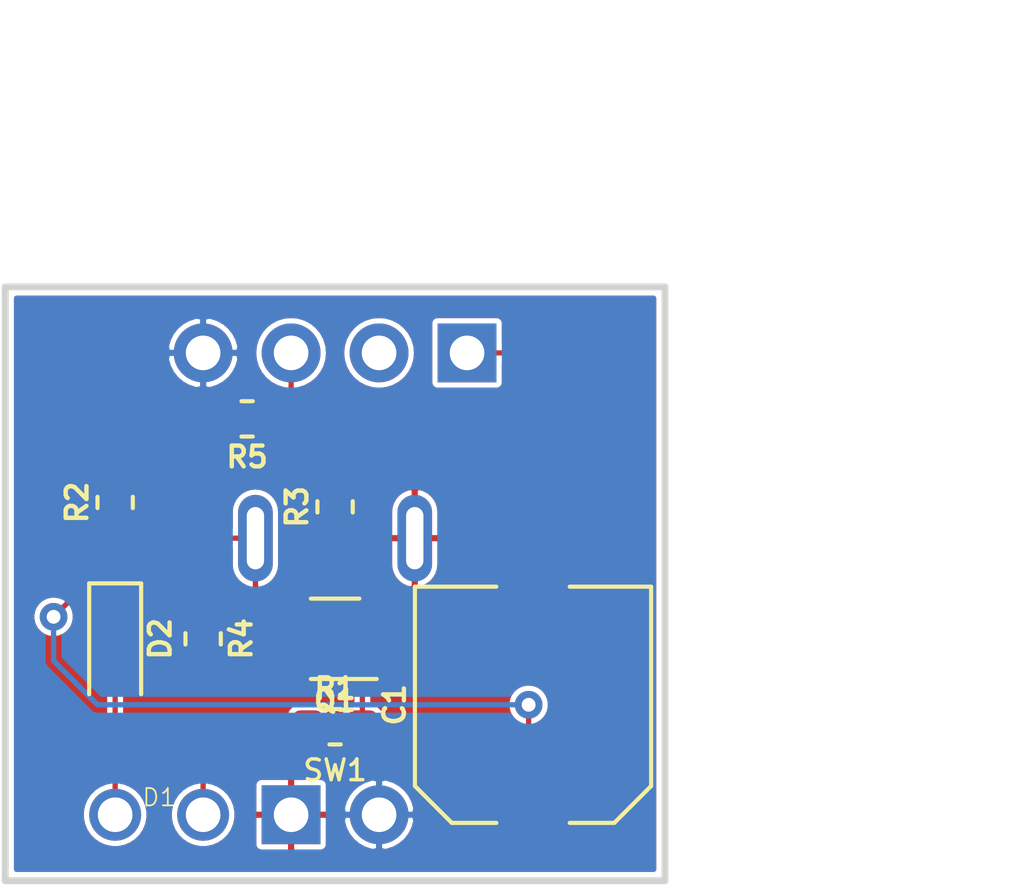
<source format=kicad_pcb>
(kicad_pcb (version 20171130) (host pcbnew "(5.0.2)-1")

  (general
    (thickness 1.6)
    (drawings 6)
    (tracks 60)
    (zones 0)
    (modules 12)
    (nets 11)
  )

  (page A4)
  (layers
    (0 F.Cu signal)
    (31 B.Cu signal)
    (32 B.Adhes user)
    (33 F.Adhes user)
    (34 B.Paste user)
    (35 F.Paste user)
    (36 B.SilkS user)
    (37 F.SilkS user hide)
    (38 B.Mask user)
    (39 F.Mask user)
    (40 Dwgs.User user)
    (41 Cmts.User user)
    (42 Eco1.User user)
    (43 Eco2.User user)
    (44 Edge.Cuts user)
    (45 Margin user)
    (46 B.CrtYd user)
    (47 F.CrtYd user)
    (48 B.Fab user)
    (49 F.Fab user)
  )

  (setup
    (last_trace_width 0.1524)
    (trace_clearance 0.1524)
    (zone_clearance 0.1524)
    (zone_45_only no)
    (trace_min 0.1524)
    (segment_width 0.2)
    (edge_width 0.15)
    (via_size 0.8)
    (via_drill 0.4)
    (via_min_size 0.4)
    (via_min_drill 0.3)
    (uvia_size 0.3)
    (uvia_drill 0.1)
    (uvias_allowed no)
    (uvia_min_size 0.2)
    (uvia_min_drill 0.1)
    (pcb_text_width 0.3)
    (pcb_text_size 1.5 1.5)
    (mod_edge_width 0.15)
    (mod_text_size 1 1)
    (mod_text_width 0.15)
    (pad_size 1.524 1.524)
    (pad_drill 0.762)
    (pad_to_mask_clearance 0.051)
    (solder_mask_min_width 0.25)
    (aux_axis_origin 0 0)
    (visible_elements 7FFFFFFF)
    (pcbplotparams
      (layerselection 0x010fc_ffffffff)
      (usegerberextensions false)
      (usegerberattributes false)
      (usegerberadvancedattributes false)
      (creategerberjobfile false)
      (excludeedgelayer true)
      (linewidth 0.050000)
      (plotframeref false)
      (viasonmask false)
      (mode 1)
      (useauxorigin false)
      (hpglpennumber 1)
      (hpglpenspeed 20)
      (hpglpendiameter 15.000000)
      (psnegative false)
      (psa4output false)
      (plotreference true)
      (plotvalue true)
      (plotinvisibletext false)
      (padsonsilk false)
      (subtractmaskfromsilk false)
      (outputformat 1)
      (mirror false)
      (drillshape 1)
      (scaleselection 1)
      (outputdirectory ""))
  )

  (net 0 "")
  (net 1 K_+)
  (net 2 GND_A)
  (net 3 IN)
  (net 4 "Net-(Q1-Pad2)")
  (net 5 "Net-(D1-Pad2)")
  (net 6 "Net-(C1-Pad1)")
  (net 7 "Net-(Q1-Pad6)")
  (net 8 +9VDC)
  (net 9 "Net-(D1-Pad1)")
  (net 10 GND)

  (net_class Default "This is the default net class."
    (clearance 0.1524)
    (trace_width 0.1524)
    (via_dia 0.8)
    (via_drill 0.4)
    (uvia_dia 0.3)
    (uvia_drill 0.1)
    (add_net +9VDC)
    (add_net GND)
    (add_net GND_A)
    (add_net IN)
    (add_net K_+)
    (add_net "Net-(C1-Pad1)")
    (add_net "Net-(D1-Pad1)")
    (add_net "Net-(D1-Pad2)")
    (add_net "Net-(Q1-Pad2)")
    (add_net "Net-(Q1-Pad6)")
  )

  (module SA_Switches_THT:Miyama_DS-462 (layer F.Cu) (tedit 5C6AA896) (tstamp 5C6F0143)
    (at 146.05 106.68)
    (path /5C676907)
    (fp_text reference SW1 (at 0 5.7) (layer F.SilkS)
      (effects (font (size 0.6 0.6) (thickness 0.1)))
    )
    (fp_text value DS-462 (at 0 -5.7) (layer F.Fab)
      (effects (font (size 0.5 0.5) (thickness 0.05)))
    )
    (fp_line (start -9.5 -7.5) (end -9.5 7.5) (layer F.Fab) (width 0.1))
    (fp_line (start -9.5 7.5) (end 9.5 7.5) (layer F.Fab) (width 0.1))
    (fp_line (start 9.5 7.5) (end 9.5 -7.5) (layer F.Fab) (width 0.1))
    (fp_line (start 9.5 -7.5) (end -9.5 -7.5) (layer F.Fab) (width 0.1))
    (fp_line (start -7 -5) (end -7 5) (layer F.Fab) (width 0.1))
    (fp_line (start -7 5) (end 7 5) (layer F.Fab) (width 0.1))
    (fp_line (start 7 5) (end 7 -5) (layer F.Fab) (width 0.1))
    (fp_line (start 7 -5) (end -7 -5) (layer F.Fab) (width 0.1))
    (fp_circle (center 0 0) (end 5.1 0) (layer F.Fab) (width 0.1))
    (fp_circle (center 0 0) (end 4.3 0) (layer F.Fab) (width 0.1))
    (fp_line (start 0 -0.635) (end 0 0.635) (layer F.Fab) (width 0.1))
    (fp_line (start -0.635 0) (end 0.635 0) (layer F.Fab) (width 0.1))
    (pad 1 thru_hole oval (at -2.3 -1) (size 1 2.5) (drill oval 0.5 1.8) (layers *.Cu *.Mask)
      (net 5 "Net-(D1-Pad2)"))
    (pad 2 thru_hole oval (at 2.3 -1) (size 1 2.5) (drill oval 0.5 1.8) (layers *.Cu *.Mask)
      (net 8 +9VDC))
  )

  (module Connector_PinHeader_2.54mm:PinHeader_1x02_P2.54mm_Vertical (layer F.Cu) (tedit 5C6A9EBA) (tstamp 5C6F0227)
    (at 144.78 113.665 90)
    (descr "Through hole straight pin header, 1x02, 2.54mm pitch, single row")
    (tags "Through hole pin header THT 1x02 2.54mm single row")
    (path /5C6BFD5C)
    (fp_text reference J2 (at 0 -2.33 90) (layer F.SilkS) hide
      (effects (font (size 1 1) (thickness 0.15)))
    )
    (fp_text value Conn_01x02 (at 0 4.87 90) (layer F.Fab) hide
      (effects (font (size 1 1) (thickness 0.15)))
    )
    (fp_line (start -0.635 -1.27) (end 1.27 -1.27) (layer F.Fab) (width 0.1))
    (fp_line (start 1.27 -1.27) (end 1.27 3.81) (layer F.Fab) (width 0.1))
    (fp_line (start 1.27 3.81) (end -1.27 3.81) (layer F.Fab) (width 0.1))
    (fp_line (start -1.27 3.81) (end -1.27 -0.635) (layer F.Fab) (width 0.1))
    (fp_line (start -1.27 -0.635) (end -0.635 -1.27) (layer F.Fab) (width 0.1))
    (fp_line (start -1.8 -1.8) (end -1.8 4.35) (layer F.CrtYd) (width 0.05))
    (fp_line (start -1.8 4.35) (end 1.8 4.35) (layer F.CrtYd) (width 0.05))
    (fp_line (start 1.8 4.35) (end 1.8 -1.8) (layer F.CrtYd) (width 0.05))
    (fp_line (start 1.8 -1.8) (end -1.8 -1.8) (layer F.CrtYd) (width 0.05))
    (fp_text user %R (at 0 1.27 180) (layer F.Fab)
      (effects (font (size 1 1) (thickness 0.15)))
    )
    (pad 1 thru_hole rect (at 0 0 90) (size 1.7 1.7) (drill 1) (layers *.Cu *.Mask)
      (net 8 +9VDC))
    (pad 2 thru_hole oval (at 0 2.54 90) (size 1.7 1.7) (drill 1) (layers *.Cu *.Mask)
      (net 10 GND))
  )

  (module Connector_PinHeader_2.54mm:PinHeader_1x04_P2.54mm_Vertical (layer F.Cu) (tedit 5C6A9E83) (tstamp 5C6ACED4)
    (at 149.86 100.33 270)
    (descr "Through hole straight pin header, 1x04, 2.54mm pitch, single row")
    (tags "Through hole pin header THT 1x04 2.54mm single row")
    (path /5C6BEEB1)
    (fp_text reference J1 (at 0 -2.33 270) (layer F.SilkS) hide
      (effects (font (size 1 1) (thickness 0.15)))
    )
    (fp_text value Conn_01x04 (at 0 9.95 270) (layer F.Fab) hide
      (effects (font (size 1 1) (thickness 0.15)))
    )
    (fp_line (start -0.635 -1.27) (end 1.27 -1.27) (layer F.Fab) (width 0.1))
    (fp_line (start 1.27 -1.27) (end 1.27 8.89) (layer F.Fab) (width 0.1))
    (fp_line (start 1.27 8.89) (end -1.27 8.89) (layer F.Fab) (width 0.1))
    (fp_line (start -1.27 8.89) (end -1.27 -0.635) (layer F.Fab) (width 0.1))
    (fp_line (start -1.27 -0.635) (end -0.635 -1.27) (layer F.Fab) (width 0.1))
    (fp_line (start -1.8 -1.8) (end -1.8 9.4) (layer F.CrtYd) (width 0.05))
    (fp_line (start -1.8 9.4) (end 1.8 9.4) (layer F.CrtYd) (width 0.05))
    (fp_line (start 1.8 9.4) (end 1.8 -1.8) (layer F.CrtYd) (width 0.05))
    (fp_line (start 1.8 -1.8) (end -1.8 -1.8) (layer F.CrtYd) (width 0.05))
    (fp_text user %R (at 0 3.81) (layer F.Fab)
      (effects (font (size 1 1) (thickness 0.15)))
    )
    (pad 1 thru_hole rect (at 0 0 270) (size 1.7 1.7) (drill 1) (layers *.Cu *.Mask)
      (net 1 K_+))
    (pad 2 thru_hole oval (at 0 2.54 270) (size 1.7 1.7) (drill 1) (layers *.Cu *.Mask)
      (net 3 IN))
    (pad 3 thru_hole oval (at 0 5.08 270) (size 1.7 1.7) (drill 1) (layers *.Cu *.Mask)
      (net 2 GND_A))
    (pad 4 thru_hole oval (at 0 7.62 270) (size 1.7 1.7) (drill 1) (layers *.Cu *.Mask)
      (net 10 GND))
    (model ${KISYS3DMOD}/Connector_PinHeader_2.54mm.3dshapes/PinHeader_1x04_P2.54mm_Horizontal.step
      (offset (xyz 0 -7.62 0))
      (scale (xyz 1 1 1))
      (rotate (xyz 180 180 0))
    )
  )

  (module SA_Capacitors_SMD:Nichicon_UWT1E101MCL1GS_100uF_25V_6.3x7.7mm (layer F.Cu) (tedit 5C256114) (tstamp 5C6F020F)
    (at 151.765 110.49 90)
    (descr "SMD capacitor, aluminum electrolytic, Nichicon, 6.3x7.7mm")
    (tags "capacitor electrolytic")
    (path /5C69D6D7)
    (attr smd)
    (fp_text reference C1 (at 0 -4 90) (layer F.SilkS)
      (effects (font (size 0.6 0.6) (thickness 0.127)))
    )
    (fp_text value Nichicon_UWT_100uF_25V (at 0 3.8 90) (layer F.Fab)
      (effects (font (size 0.3 0.3) (thickness 0.03)))
    )
    (fp_circle (center 0 0) (end 3.15 0) (layer F.Fab) (width 0.1))
    (fp_line (start 3.3 -3.3) (end 3.3 3.3) (layer F.Fab) (width 0.1))
    (fp_line (start -2.3 -3.3) (end 3.3 -3.3) (layer F.Fab) (width 0.1))
    (fp_line (start -2.3 3.3) (end 3.3 3.3) (layer F.Fab) (width 0.1))
    (fp_line (start -3.3 -2.3) (end -3.3 2.3) (layer F.Fab) (width 0.1))
    (fp_line (start -3.3 -2.3) (end -2.3 -3.3) (layer F.Fab) (width 0.1))
    (fp_line (start -3.3 2.3) (end -2.3 3.3) (layer F.Fab) (width 0.1))
    (fp_line (start -2.704838 -1.33) (end -2.074838 -1.33) (layer F.Fab) (width 0.1))
    (fp_line (start -2.389838 -1.645) (end -2.389838 -1.015) (layer F.Fab) (width 0.1))
    (fp_line (start 3.41 3.41) (end 3.41 1.06) (layer F.SilkS) (width 0.12))
    (fp_line (start 3.41 -3.41) (end 3.41 -1.06) (layer F.SilkS) (width 0.12))
    (fp_line (start -2.345563 -3.41) (end 3.41 -3.41) (layer F.SilkS) (width 0.12))
    (fp_line (start -2.345563 3.41) (end 3.41 3.41) (layer F.SilkS) (width 0.12))
    (fp_line (start -3.41 2.345563) (end -3.41 1.06) (layer F.SilkS) (width 0.12))
    (fp_line (start -3.41 -2.345563) (end -3.41 -1.06) (layer F.SilkS) (width 0.12))
    (fp_line (start -3.41 -2.345563) (end -2.345563 -3.41) (layer F.SilkS) (width 0.12))
    (fp_line (start -3.41 2.345563) (end -2.345563 3.41) (layer F.SilkS) (width 0.12))
    (fp_line (start 3.55 -3.55) (end 3.55 -1.05) (layer F.CrtYd) (width 0.05))
    (fp_line (start 3.55 -1.05) (end 4.7 -1.05) (layer F.CrtYd) (width 0.05))
    (fp_line (start 4.7 -1.05) (end 4.7 1.05) (layer F.CrtYd) (width 0.05))
    (fp_line (start 4.7 1.05) (end 3.55 1.05) (layer F.CrtYd) (width 0.05))
    (fp_line (start 3.55 1.05) (end 3.55 3.55) (layer F.CrtYd) (width 0.05))
    (fp_line (start -2.4 3.55) (end 3.55 3.55) (layer F.CrtYd) (width 0.05))
    (fp_line (start -2.4 -3.55) (end 3.55 -3.55) (layer F.CrtYd) (width 0.05))
    (fp_line (start -3.55 2.4) (end -2.4 3.55) (layer F.CrtYd) (width 0.05))
    (fp_line (start -3.55 -2.4) (end -2.4 -3.55) (layer F.CrtYd) (width 0.05))
    (fp_line (start -3.55 -2.4) (end -3.55 -1.05) (layer F.CrtYd) (width 0.05))
    (fp_line (start -3.55 1.05) (end -3.55 2.4) (layer F.CrtYd) (width 0.05))
    (fp_line (start -3.55 -1.05) (end -4.7 -1.05) (layer F.CrtYd) (width 0.05))
    (fp_line (start -4.7 -1.05) (end -4.7 1.05) (layer F.CrtYd) (width 0.05))
    (fp_line (start -4.7 1.05) (end -3.55 1.05) (layer F.CrtYd) (width 0.05))
    (fp_text user %R (at 0 0 90) (layer F.Fab)
      (effects (font (size 0.4 0.4) (thickness 0.05)))
    )
    (pad 1 smd roundrect (at -2.7 0 90) (size 3.5 1.6) (layers F.Cu F.Paste F.Mask) (roundrect_rratio 0.15625)
      (net 6 "Net-(C1-Pad1)"))
    (pad 2 smd roundrect (at 2.7 0 90) (size 3.5 1.6) (layers F.Cu F.Paste F.Mask) (roundrect_rratio 0.15625)
      (net 1 K_+))
    (model ${SA_LIB_3DSHAPES}/Nichicon_UWT1E101MCL1GS_100uF_25V_6.3x7.7mm/Nichicon_UWT1E101MCL1GS_100uF_25V_6.3x7.7mm.step
      (at (xyz 0 0 0))
      (scale (xyz 1 1 1))
      (rotate (xyz 0 0 0))
    )
  )

  (module SA_Connectors_Wire:Wire_Pad_2x_1.0mm_Hole_1.5_Annular_2.54mm_Pitch (layer F.Cu) (tedit 5C58444F) (tstamp 5C6F01E9)
    (at 140.97 113.665 180)
    (path /5C6B9B99)
    (fp_text reference D1 (at 0 0.5 180) (layer F.SilkS)
      (effects (font (size 0.5 0.5) (thickness 0.05)))
    )
    (fp_text value LED (at 0 -0.5 180) (layer F.Fab) hide
      (effects (font (size 0.5 0.5) (thickness 0.05)))
    )
    (pad 1 thru_hole circle (at -1.27 0 180) (size 1.5 1.5) (drill 1) (layers *.Cu *.Mask)
      (net 9 "Net-(D1-Pad1)"))
    (pad 2 thru_hole circle (at 1.27 0 180) (size 1.5 1.5) (drill 1) (layers *.Cu *.Mask)
      (net 5 "Net-(D1-Pad2)"))
  )

  (module SA_Diodes_SMD:ON_Semi_1N4148WS_SOD-323F-2 (layer F.Cu) (tedit 5C2425F3) (tstamp 5C6F01E3)
    (at 139.7 108.585 270)
    (path /5C69BF08)
    (attr smd)
    (fp_text reference D2 (at 0 -1.3 270) (layer F.SilkS)
      (effects (font (size 0.6 0.6) (thickness 0.127)))
    )
    (fp_text value ON_Semi_1N4148WS (at 0 1.15 270) (layer F.Fab)
      (effects (font (size 0.3 0.3) (thickness 0.03)))
    )
    (fp_line (start 0.85 -0.625) (end -0.85 -0.625) (layer F.Fab) (width 0.1))
    (fp_line (start 0.85 0.625) (end 0.85 -0.625) (layer F.Fab) (width 0.1))
    (fp_line (start -0.85 0.625) (end 0.85 0.625) (layer F.Fab) (width 0.1))
    (fp_line (start -0.85 -0.625) (end -0.85 0.625) (layer F.Fab) (width 0.1))
    (fp_line (start -1.6 -0.75) (end 1.6 -0.75) (layer F.SilkS) (width 0.12))
    (fp_line (start -1.6 0.75) (end 1.6 0.75) (layer F.SilkS) (width 0.12))
    (fp_line (start -1.7 -0.9) (end -1.7 0.9) (layer F.CrtYd) (width 0.05))
    (fp_line (start -1.7 0.9) (end 1.7 0.9) (layer F.CrtYd) (width 0.05))
    (fp_line (start 1.7 -0.9) (end 1.7 0.9) (layer F.CrtYd) (width 0.05))
    (fp_line (start -1.7 -0.9) (end 1.7 -0.9) (layer F.CrtYd) (width 0.05))
    (fp_line (start -0.6375 -0.6) (end -0.6375 0.6) (layer F.Fab) (width 0.1))
    (fp_line (start -1.6 -0.75) (end -1.6 0.75) (layer F.SilkS) (width 0.12))
    (fp_text user %R (at 0 0 90) (layer F.Fab)
      (effects (font (size 0.4 0.4) (thickness 0.05)))
    )
    (pad 2 smd roundrect (at 1.1 0 270) (size 0.75 0.75) (layers F.Cu F.Paste F.Mask) (roundrect_rratio 0.25)
      (net 5 "Net-(D1-Pad2)"))
    (pad 1 smd roundrect (at -1.1 0 270) (size 0.75 0.75) (layers F.Cu F.Paste F.Mask) (roundrect_rratio 0.25)
      (net 6 "Net-(C1-Pad1)"))
    (model ${SA_LIB_3DSHAPES}/ON_Semi_1N4148WS_SOD-323F-2/ON_Semi_1N4148WS_SOD-323F-2.step
      (at (xyz 0 0 0))
      (scale (xyz 1 1 1))
      (rotate (xyz 0 0 0))
    )
  )

  (module SA_Resistors_SMD:R_0603_1608M (layer F.Cu) (tedit 5C29F11D) (tstamp 5C6F0198)
    (at 143.51 102.235 180)
    (path /5C6BFEAF)
    (attr smd)
    (fp_text reference R5 (at 0 -1.1 180) (layer F.SilkS)
      (effects (font (size 0.6 0.6) (thickness 0.127)))
    )
    (fp_text value 0R (at 0 0.95 180) (layer F.Fab)
      (effects (font (size 0.3 0.3) (thickness 0.03)))
    )
    (fp_line (start -0.8 0.4) (end -0.8 -0.4) (layer F.Fab) (width 0.1))
    (fp_line (start -0.8 -0.4) (end 0.8 -0.4) (layer F.Fab) (width 0.1))
    (fp_line (start 0.8 -0.4) (end 0.8 0.4) (layer F.Fab) (width 0.1))
    (fp_line (start 0.8 0.4) (end -0.8 0.4) (layer F.Fab) (width 0.1))
    (fp_line (start -0.162779 -0.51) (end 0.162779 -0.51) (layer F.SilkS) (width 0.12))
    (fp_line (start -0.162779 0.51) (end 0.162779 0.51) (layer F.SilkS) (width 0.12))
    (fp_line (start -1.48 0.73) (end -1.48 -0.73) (layer F.CrtYd) (width 0.05))
    (fp_line (start -1.48 -0.73) (end 1.48 -0.73) (layer F.CrtYd) (width 0.05))
    (fp_line (start 1.48 -0.73) (end 1.48 0.73) (layer F.CrtYd) (width 0.05))
    (fp_line (start 1.48 0.73) (end -1.48 0.73) (layer F.CrtYd) (width 0.05))
    (fp_text user %R (at 0 0 180) (layer F.Fab)
      (effects (font (size 0.4 0.4) (thickness 0.05)))
    )
    (pad 1 smd roundrect (at -0.7875 0 180) (size 0.875 0.95) (layers F.Cu F.Paste F.Mask) (roundrect_rratio 0.25)
      (net 2 GND_A))
    (pad 2 smd roundrect (at 0.7875 0 180) (size 0.875 0.95) (layers F.Cu F.Paste F.Mask) (roundrect_rratio 0.25)
      (net 10 GND))
    (model ${SA_LIB_3DSHAPES}/Packages/R_0603_1608Metric.step
      (at (xyz 0 0 0))
      (scale (xyz 1 1 1))
      (rotate (xyz 0 0 0))
    )
  )

  (module SA_Resistors_SMD:R_0603_1608M (layer F.Cu) (tedit 5C29F11D) (tstamp 5C6F0187)
    (at 142.24 108.585 270)
    (path /5C69D856)
    (attr smd)
    (fp_text reference R4 (at 0 -1.1 270) (layer F.SilkS)
      (effects (font (size 0.6 0.6) (thickness 0.127)))
    )
    (fp_text value R (at 0 0.95 270) (layer F.Fab)
      (effects (font (size 0.3 0.3) (thickness 0.03)))
    )
    (fp_text user %R (at 0 0 270) (layer F.Fab)
      (effects (font (size 0.4 0.4) (thickness 0.05)))
    )
    (fp_line (start 1.48 0.73) (end -1.48 0.73) (layer F.CrtYd) (width 0.05))
    (fp_line (start 1.48 -0.73) (end 1.48 0.73) (layer F.CrtYd) (width 0.05))
    (fp_line (start -1.48 -0.73) (end 1.48 -0.73) (layer F.CrtYd) (width 0.05))
    (fp_line (start -1.48 0.73) (end -1.48 -0.73) (layer F.CrtYd) (width 0.05))
    (fp_line (start -0.162779 0.51) (end 0.162779 0.51) (layer F.SilkS) (width 0.12))
    (fp_line (start -0.162779 -0.51) (end 0.162779 -0.51) (layer F.SilkS) (width 0.12))
    (fp_line (start 0.8 0.4) (end -0.8 0.4) (layer F.Fab) (width 0.1))
    (fp_line (start 0.8 -0.4) (end 0.8 0.4) (layer F.Fab) (width 0.1))
    (fp_line (start -0.8 -0.4) (end 0.8 -0.4) (layer F.Fab) (width 0.1))
    (fp_line (start -0.8 0.4) (end -0.8 -0.4) (layer F.Fab) (width 0.1))
    (pad 2 smd roundrect (at 0.7875 0 270) (size 0.875 0.95) (layers F.Cu F.Paste F.Mask) (roundrect_rratio 0.25)
      (net 7 "Net-(Q1-Pad6)"))
    (pad 1 smd roundrect (at -0.7875 0 270) (size 0.875 0.95) (layers F.Cu F.Paste F.Mask) (roundrect_rratio 0.25)
      (net 6 "Net-(C1-Pad1)"))
    (model ${SA_LIB_3DSHAPES}/Packages/R_0603_1608Metric.step
      (at (xyz 0 0 0))
      (scale (xyz 1 1 1))
      (rotate (xyz 0 0 0))
    )
  )

  (module SA_Resistors_SMD:R_0603_1608M (layer F.Cu) (tedit 5C29F11D) (tstamp 5C6F0176)
    (at 146.05 104.775 90)
    (path /5C69D80E)
    (attr smd)
    (fp_text reference R3 (at 0 -1.1 90) (layer F.SilkS)
      (effects (font (size 0.6 0.6) (thickness 0.127)))
    )
    (fp_text value R (at 0 0.95 90) (layer F.Fab)
      (effects (font (size 0.3 0.3) (thickness 0.03)))
    )
    (fp_line (start -0.8 0.4) (end -0.8 -0.4) (layer F.Fab) (width 0.1))
    (fp_line (start -0.8 -0.4) (end 0.8 -0.4) (layer F.Fab) (width 0.1))
    (fp_line (start 0.8 -0.4) (end 0.8 0.4) (layer F.Fab) (width 0.1))
    (fp_line (start 0.8 0.4) (end -0.8 0.4) (layer F.Fab) (width 0.1))
    (fp_line (start -0.162779 -0.51) (end 0.162779 -0.51) (layer F.SilkS) (width 0.12))
    (fp_line (start -0.162779 0.51) (end 0.162779 0.51) (layer F.SilkS) (width 0.12))
    (fp_line (start -1.48 0.73) (end -1.48 -0.73) (layer F.CrtYd) (width 0.05))
    (fp_line (start -1.48 -0.73) (end 1.48 -0.73) (layer F.CrtYd) (width 0.05))
    (fp_line (start 1.48 -0.73) (end 1.48 0.73) (layer F.CrtYd) (width 0.05))
    (fp_line (start 1.48 0.73) (end -1.48 0.73) (layer F.CrtYd) (width 0.05))
    (fp_text user %R (at 0 0 90) (layer F.Fab)
      (effects (font (size 0.4 0.4) (thickness 0.05)))
    )
    (pad 1 smd roundrect (at -0.7875 0 90) (size 0.875 0.95) (layers F.Cu F.Paste F.Mask) (roundrect_rratio 0.25)
      (net 4 "Net-(Q1-Pad2)"))
    (pad 2 smd roundrect (at 0.7875 0 90) (size 0.875 0.95) (layers F.Cu F.Paste F.Mask) (roundrect_rratio 0.25)
      (net 10 GND))
    (model ${SA_LIB_3DSHAPES}/Packages/R_0603_1608Metric.step
      (at (xyz 0 0 0))
      (scale (xyz 1 1 1))
      (rotate (xyz 0 0 0))
    )
  )

  (module SA_Resistors_SMD:R_0603_1608M (layer F.Cu) (tedit 5C29F11D) (tstamp 5C6F0165)
    (at 139.7 104.648 90)
    (path /5C69D79F)
    (attr smd)
    (fp_text reference R2 (at 0 -1.1 90) (layer F.SilkS)
      (effects (font (size 0.6 0.6) (thickness 0.127)))
    )
    (fp_text value R (at 0 0.95 90) (layer F.Fab)
      (effects (font (size 0.3 0.3) (thickness 0.03)))
    )
    (fp_text user %R (at 0 0 90) (layer F.Fab)
      (effects (font (size 0.4 0.4) (thickness 0.05)))
    )
    (fp_line (start 1.48 0.73) (end -1.48 0.73) (layer F.CrtYd) (width 0.05))
    (fp_line (start 1.48 -0.73) (end 1.48 0.73) (layer F.CrtYd) (width 0.05))
    (fp_line (start -1.48 -0.73) (end 1.48 -0.73) (layer F.CrtYd) (width 0.05))
    (fp_line (start -1.48 0.73) (end -1.48 -0.73) (layer F.CrtYd) (width 0.05))
    (fp_line (start -0.162779 0.51) (end 0.162779 0.51) (layer F.SilkS) (width 0.12))
    (fp_line (start -0.162779 -0.51) (end 0.162779 -0.51) (layer F.SilkS) (width 0.12))
    (fp_line (start 0.8 0.4) (end -0.8 0.4) (layer F.Fab) (width 0.1))
    (fp_line (start 0.8 -0.4) (end 0.8 0.4) (layer F.Fab) (width 0.1))
    (fp_line (start -0.8 -0.4) (end 0.8 -0.4) (layer F.Fab) (width 0.1))
    (fp_line (start -0.8 0.4) (end -0.8 -0.4) (layer F.Fab) (width 0.1))
    (pad 2 smd roundrect (at 0.7875 0 90) (size 0.875 0.95) (layers F.Cu F.Paste F.Mask) (roundrect_rratio 0.25)
      (net 10 GND))
    (pad 1 smd roundrect (at -0.7875 0 90) (size 0.875 0.95) (layers F.Cu F.Paste F.Mask) (roundrect_rratio 0.25)
      (net 5 "Net-(D1-Pad2)"))
    (model ${SA_LIB_3DSHAPES}/Packages/R_0603_1608Metric.step
      (at (xyz 0 0 0))
      (scale (xyz 1 1 1))
      (rotate (xyz 0 0 0))
    )
  )

  (module SA_Resistors_SMD:R_0603_1608M (layer F.Cu) (tedit 5C29F11D) (tstamp 5C6F0154)
    (at 146.05 111.125)
    (path /5C6B9B07)
    (attr smd)
    (fp_text reference R1 (at 0 -1.1) (layer F.SilkS)
      (effects (font (size 0.6 0.6) (thickness 0.127)))
    )
    (fp_text value R (at 0 0.95) (layer F.Fab)
      (effects (font (size 0.3 0.3) (thickness 0.03)))
    )
    (fp_line (start -0.8 0.4) (end -0.8 -0.4) (layer F.Fab) (width 0.1))
    (fp_line (start -0.8 -0.4) (end 0.8 -0.4) (layer F.Fab) (width 0.1))
    (fp_line (start 0.8 -0.4) (end 0.8 0.4) (layer F.Fab) (width 0.1))
    (fp_line (start 0.8 0.4) (end -0.8 0.4) (layer F.Fab) (width 0.1))
    (fp_line (start -0.162779 -0.51) (end 0.162779 -0.51) (layer F.SilkS) (width 0.12))
    (fp_line (start -0.162779 0.51) (end 0.162779 0.51) (layer F.SilkS) (width 0.12))
    (fp_line (start -1.48 0.73) (end -1.48 -0.73) (layer F.CrtYd) (width 0.05))
    (fp_line (start -1.48 -0.73) (end 1.48 -0.73) (layer F.CrtYd) (width 0.05))
    (fp_line (start 1.48 -0.73) (end 1.48 0.73) (layer F.CrtYd) (width 0.05))
    (fp_line (start 1.48 0.73) (end -1.48 0.73) (layer F.CrtYd) (width 0.05))
    (fp_text user %R (at 0 0) (layer F.Fab)
      (effects (font (size 0.4 0.4) (thickness 0.05)))
    )
    (pad 1 smd roundrect (at -0.7875 0) (size 0.875 0.95) (layers F.Cu F.Paste F.Mask) (roundrect_rratio 0.25)
      (net 9 "Net-(D1-Pad1)"))
    (pad 2 smd roundrect (at 0.7875 0) (size 0.875 0.95) (layers F.Cu F.Paste F.Mask) (roundrect_rratio 0.25)
      (net 10 GND))
    (model ${SA_LIB_3DSHAPES}/Packages/R_0603_1608Metric.step
      (at (xyz 0 0 0))
      (scale (xyz 1 1 1))
      (rotate (xyz 0 0 0))
    )
  )

  (module SA_Transistors_BJT_SMD:ON_Semi_MBT3946DW1T1G_SOT-363_SC-70-6_SC-80 (layer F.Cu) (tedit 5C264F44) (tstamp 5C6F0133)
    (at 146.05 108.585 180)
    (descr "SOT-363, SC-70-6")
    (tags "SOT-363 SC-70-6")
    (path /5C69BFEC)
    (attr smd)
    (fp_text reference Q1 (at 0 -1.778 180) (layer F.SilkS)
      (effects (font (size 0.6 0.6) (thickness 0.127)))
    )
    (fp_text value ON_Semi_MBT3946DW1T1G (at 0 1.778) (layer F.Fab)
      (effects (font (size 0.3 0.3) (thickness 0.03)))
    )
    (fp_text user %R (at 0 0 -90) (layer F.Fab)
      (effects (font (size 0.4 0.4) (thickness 0.05)))
    )
    (fp_line (start 0.7 -1.16) (end -1.2 -1.16) (layer F.SilkS) (width 0.12))
    (fp_line (start -0.7 1.16) (end 0.7 1.16) (layer F.SilkS) (width 0.12))
    (fp_line (start 1.6 1.4) (end 1.6 -1.4) (layer F.CrtYd) (width 0.05))
    (fp_line (start -1.6 -1.4) (end -1.6 1.4) (layer F.CrtYd) (width 0.05))
    (fp_line (start -1.6 -1.4) (end 1.6 -1.4) (layer F.CrtYd) (width 0.05))
    (fp_line (start 0.675 -1.1) (end -0.175 -1.1) (layer F.Fab) (width 0.1))
    (fp_line (start -0.675 -0.6) (end -0.675 1.1) (layer F.Fab) (width 0.1))
    (fp_line (start -1.6 1.4) (end 1.6 1.4) (layer F.CrtYd) (width 0.05))
    (fp_line (start 0.675 -1.1) (end 0.675 1.1) (layer F.Fab) (width 0.1))
    (fp_line (start 0.675 1.1) (end -0.675 1.1) (layer F.Fab) (width 0.1))
    (fp_line (start -0.175 -1.1) (end -0.675 -0.6) (layer F.Fab) (width 0.1))
    (pad 1 smd roundrect (at -0.95 -0.65 180) (size 0.65 0.4) (layers F.Cu F.Paste F.Mask) (roundrect_rratio 0.25)
      (net 10 GND))
    (pad 3 smd roundrect (at -0.95 0.65 180) (size 0.65 0.4) (layers F.Cu F.Paste F.Mask) (roundrect_rratio 0.25)
      (net 4 "Net-(Q1-Pad2)"))
    (pad 5 smd roundrect (at 0.95 0 180) (size 0.65 0.4) (layers F.Cu F.Paste F.Mask) (roundrect_rratio 0.25)
      (net 5 "Net-(D1-Pad2)"))
    (pad 2 smd roundrect (at -0.95 0 180) (size 0.65 0.4) (layers F.Cu F.Paste F.Mask) (roundrect_rratio 0.25)
      (net 4 "Net-(Q1-Pad2)"))
    (pad 4 smd roundrect (at 0.95 0.65 180) (size 0.65 0.4) (layers F.Cu F.Paste F.Mask) (roundrect_rratio 0.25)
      (net 6 "Net-(C1-Pad1)"))
    (pad 6 smd roundrect (at 0.95 -0.65 180) (size 0.65 0.4) (layers F.Cu F.Paste F.Mask) (roundrect_rratio 0.25)
      (net 7 "Net-(Q1-Pad6)"))
    (model ${SA_LIB_3DSHAPES}/ON_Semi_MBT3946DW1T1G_SOT-363_SC-70-6_SC-80/ON_Semi_MBT3946DW1T1G_SOT-363_SC-70-6_SC-80.step
      (at (xyz 0 0 0))
      (scale (xyz 1 1 1))
      (rotate (xyz 0 0 0))
    )
  )

  (dimension 19.05 (width 0.3) (layer F.Fab)
    (gr_text "19.050 mm" (at 146.05 91.245) (layer F.Fab)
      (effects (font (size 1.5 1.5) (thickness 0.3)))
    )
    (feature1 (pts (xy 155.575 98.425) (xy 155.575 92.758579)))
    (feature2 (pts (xy 136.525 98.425) (xy 136.525 92.758579)))
    (crossbar (pts (xy 136.525 93.345) (xy 155.575 93.345)))
    (arrow1a (pts (xy 155.575 93.345) (xy 154.448496 93.931421)))
    (arrow1b (pts (xy 155.575 93.345) (xy 154.448496 92.758579)))
    (arrow2a (pts (xy 136.525 93.345) (xy 137.651504 93.931421)))
    (arrow2b (pts (xy 136.525 93.345) (xy 137.651504 92.758579)))
  )
  (dimension 17.145 (width 0.3) (layer F.Fab)
    (gr_text "17.145 mm" (at 164.025 106.9975 270) (layer F.Fab)
      (effects (font (size 1.5 1.5) (thickness 0.3)))
    )
    (feature1 (pts (xy 155.575 115.57) (xy 162.511421 115.57)))
    (feature2 (pts (xy 155.575 98.425) (xy 162.511421 98.425)))
    (crossbar (pts (xy 161.925 98.425) (xy 161.925 115.57)))
    (arrow1a (pts (xy 161.925 115.57) (xy 161.338579 114.443496)))
    (arrow1b (pts (xy 161.925 115.57) (xy 162.511421 114.443496)))
    (arrow2a (pts (xy 161.925 98.425) (xy 161.338579 99.551504)))
    (arrow2b (pts (xy 161.925 98.425) (xy 162.511421 99.551504)))
  )
  (gr_line (start 136.525 98.425) (end 155.575 98.425) (layer Edge.Cuts) (width 0.2))
  (gr_line (start 136.525 115.57) (end 136.525 98.425) (layer Edge.Cuts) (width 0.2))
  (gr_line (start 155.575 115.57) (end 136.525 115.57) (layer Edge.Cuts) (width 0.2))
  (gr_line (start 155.575 98.425) (end 155.575 115.57) (layer Edge.Cuts) (width 0.2))

  (segment (start 151.765 100.711) (end 151.765 107.79) (width 0.1524) (layer F.Cu) (net 1))
  (segment (start 149.86 100.33) (end 151.384 100.33) (width 0.1524) (layer F.Cu) (net 1))
  (segment (start 151.384 100.33) (end 151.765 100.711) (width 0.1524) (layer F.Cu) (net 1))
  (segment (start 144.78 101.7525) (end 144.78 100.33) (width 0.1524) (layer F.Cu) (net 2))
  (segment (start 144.2975 102.235) (end 144.78 101.7525) (width 0.1524) (layer F.Cu) (net 2))
  (segment (start 147 108.585) (end 147 107.935) (width 0.1524) (layer F.Cu) (net 4))
  (segment (start 147 106.5125) (end 146.05 105.5625) (width 0.1524) (layer F.Cu) (net 4))
  (segment (start 147 107.935) (end 147 106.5125) (width 0.1524) (layer F.Cu) (net 4))
  (segment (start 139.7 113.665) (end 139.7 109.685) (width 0.1524) (layer F.Cu) (net 5))
  (segment (start 141.013 109.685) (end 139.7 109.685) (width 0.1524) (layer F.Cu) (net 5))
  (segment (start 141.605 108.585) (end 141.224 108.966) (width 0.1524) (layer F.Cu) (net 5))
  (segment (start 145.1 108.585) (end 141.605 108.585) (width 0.1524) (layer F.Cu) (net 5))
  (segment (start 141.224 108.966) (end 141.224 109.474) (width 0.1524) (layer F.Cu) (net 5))
  (segment (start 141.224 109.474) (end 141.013 109.685) (width 0.1524) (layer F.Cu) (net 5))
  (segment (start 143.75 107.0824) (end 143.75 105.68) (width 0.1524) (layer F.Cu) (net 5))
  (segment (start 143.8556 107.188) (end 143.75 107.0824) (width 0.1524) (layer F.Cu) (net 5))
  (segment (start 145.796 107.188) (end 143.8556 107.188) (width 0.1524) (layer F.Cu) (net 5))
  (segment (start 146.05 107.442) (end 145.796 107.188) (width 0.1524) (layer F.Cu) (net 5))
  (segment (start 145.1 108.585) (end 145.923 108.585) (width 0.1524) (layer F.Cu) (net 5))
  (segment (start 146.05 108.458) (end 146.05 107.442) (width 0.1524) (layer F.Cu) (net 5))
  (segment (start 145.923 108.585) (end 146.05 108.458) (width 0.1524) (layer F.Cu) (net 5))
  (segment (start 143.75 105.68) (end 141.748 105.68) (width 0.1524) (layer F.Cu) (net 5))
  (segment (start 141.748 105.68) (end 141.478 105.41) (width 0.1524) (layer F.Cu) (net 5))
  (segment (start 141.4525 105.4355) (end 139.7 105.4355) (width 0.1524) (layer F.Cu) (net 5))
  (segment (start 141.478 105.41) (end 141.4525 105.4355) (width 0.1524) (layer F.Cu) (net 5))
  (segment (start 145.1 107.935) (end 143.525 107.935) (width 0.1524) (layer F.Cu) (net 6))
  (segment (start 143.3875 107.7975) (end 142.24 107.7975) (width 0.1524) (layer F.Cu) (net 6))
  (segment (start 143.525 107.935) (end 143.3875 107.7975) (width 0.1524) (layer F.Cu) (net 6))
  (segment (start 140.8 107.485) (end 139.7 107.485) (width 0.1524) (layer F.Cu) (net 6))
  (segment (start 142.24 107.7975) (end 141.1125 107.7975) (width 0.1524) (layer F.Cu) (net 6))
  (segment (start 141.1125 107.7975) (end 140.8 107.485) (width 0.1524) (layer F.Cu) (net 6))
  (via (at 137.922 107.95) (size 0.8) (drill 0.4) (layers F.Cu B.Cu) (net 6))
  (segment (start 139.7 107.485) (end 138.387 107.485) (width 0.1524) (layer F.Cu) (net 6))
  (segment (start 138.387 107.485) (end 137.922 107.95) (width 0.1524) (layer F.Cu) (net 6))
  (segment (start 137.922 107.95) (end 137.922 109.22) (width 0.1524) (layer B.Cu) (net 6))
  (segment (start 137.922 109.22) (end 138.684 109.982) (width 0.1524) (layer B.Cu) (net 6))
  (segment (start 138.684 109.982) (end 139.192 110.49) (width 0.1524) (layer B.Cu) (net 6))
  (via (at 151.638 110.49) (size 0.8) (drill 0.4) (layers F.Cu B.Cu) (net 6))
  (segment (start 139.192 110.49) (end 151.638 110.49) (width 0.1524) (layer B.Cu) (net 6))
  (segment (start 151.638 113.063) (end 151.765 113.19) (width 0.1524) (layer F.Cu) (net 6))
  (segment (start 151.638 110.49) (end 151.638 113.063) (width 0.1524) (layer F.Cu) (net 6))
  (segment (start 145.1 109.235) (end 143.525 109.235) (width 0.1524) (layer F.Cu) (net 7))
  (segment (start 143.3875 109.3725) (end 142.24 109.3725) (width 0.1524) (layer F.Cu) (net 7))
  (segment (start 143.525 109.235) (end 143.3875 109.3725) (width 0.1524) (layer F.Cu) (net 7))
  (segment (start 142.24 112.014) (end 142.24 113.665) (width 0.1524) (layer F.Cu) (net 9))
  (segment (start 145.2625 111.125) (end 143.129 111.125) (width 0.1524) (layer F.Cu) (net 9))
  (segment (start 143.129 111.125) (end 142.24 112.014) (width 0.1524) (layer F.Cu) (net 9))
  (segment (start 147 109.235) (end 147 109.54) (width 0.1524) (layer F.Cu) (net 10))
  (segment (start 146.8375 109.7025) (end 146.8375 111.125) (width 0.1524) (layer F.Cu) (net 10))
  (segment (start 147 109.54) (end 146.8375 109.7025) (width 0.1524) (layer F.Cu) (net 10))
  (segment (start 146.8375 111.125) (end 146.8375 111.9125) (width 0.1524) (layer F.Cu) (net 10))
  (segment (start 147.32 112.395) (end 147.32 113.665) (width 0.1524) (layer F.Cu) (net 10))
  (segment (start 146.8375 111.9125) (end 147.32 112.395) (width 0.1524) (layer F.Cu) (net 10))
  (segment (start 142.24 101.7525) (end 142.24 100.33) (width 0.1524) (layer F.Cu) (net 10))
  (segment (start 142.7225 102.235) (end 142.24 101.7525) (width 0.1524) (layer F.Cu) (net 10))
  (segment (start 141.097 103.8605) (end 139.7 103.8605) (width 0.1524) (layer F.Cu) (net 10))
  (segment (start 142.7225 102.235) (end 141.097 103.8605) (width 0.1524) (layer F.Cu) (net 10))
  (segment (start 145.1355 103.9875) (end 146.05 103.9875) (width 0.1524) (layer F.Cu) (net 10))
  (segment (start 142.7225 102.235) (end 144.475 103.9875) (width 0.1524) (layer F.Cu) (net 10))
  (segment (start 144.475 103.9875) (end 145.1355 103.9875) (width 0.1524) (layer F.Cu) (net 10))

  (zone (net 8) (net_name +9VDC) (layer F.Cu) (tstamp 0) (hatch edge 0.508)
    (connect_pads (clearance 0.1524))
    (min_thickness 0.1524)
    (fill yes (arc_segments 32) (thermal_gap 0.1524) (thermal_bridge_width 0.1778))
    (polygon
      (pts
        (xy 136.525 98.425) (xy 155.575 98.425) (xy 155.575 115.57) (xy 136.525 115.57)
      )
    )
    (filled_polygon
      (pts
        (xy 155.246401 115.2414) (xy 136.8536 115.2414) (xy 136.8536 107.888088) (xy 137.2934 107.888088) (xy 137.2934 108.011912)
        (xy 137.317556 108.133356) (xy 137.364941 108.247754) (xy 137.433734 108.350709) (xy 137.521291 108.438266) (xy 137.624246 108.507059)
        (xy 137.738644 108.554444) (xy 137.860088 108.5786) (xy 137.983912 108.5786) (xy 138.105356 108.554444) (xy 138.219754 108.507059)
        (xy 138.322709 108.438266) (xy 138.410266 108.350709) (xy 138.479059 108.247754) (xy 138.526444 108.133356) (xy 138.5506 108.011912)
        (xy 138.5506 107.888088) (xy 138.53105 107.7898) (xy 139.114203 107.7898) (xy 139.127052 107.832158) (xy 139.165606 107.904287)
        (xy 139.217491 107.967509) (xy 139.280713 108.019394) (xy 139.352842 108.057948) (xy 139.431107 108.08169) (xy 139.5125 108.089706)
        (xy 139.8875 108.089706) (xy 139.968893 108.08169) (xy 140.047158 108.057948) (xy 140.119287 108.019394) (xy 140.182509 107.967509)
        (xy 140.234394 107.904287) (xy 140.272948 107.832158) (xy 140.285797 107.7898) (xy 140.673749 107.7898) (xy 140.886391 108.002443)
        (xy 140.895932 108.014068) (xy 140.942343 108.052158) (xy 140.995294 108.08046) (xy 141.052748 108.097889) (xy 141.057903 108.098397)
        (xy 141.097534 108.1023) (xy 141.097542 108.1023) (xy 141.1125 108.103773) (xy 141.127458 108.1023) (xy 141.543769 108.1023)
        (xy 141.543911 108.103739) (xy 141.569431 108.187867) (xy 141.610872 108.265399) (xy 141.623019 108.2802) (xy 141.619957 108.2802)
        (xy 141.604999 108.278727) (xy 141.590041 108.2802) (xy 141.590034 108.2802) (xy 141.550889 108.284055) (xy 141.545248 108.284611)
        (xy 141.534591 108.287844) (xy 141.487794 108.30204) (xy 141.434843 108.330342) (xy 141.388432 108.368432) (xy 141.378892 108.380056)
        (xy 141.019061 108.739888) (xy 141.007432 108.749432) (xy 140.969342 108.795844) (xy 140.94104 108.848795) (xy 140.923611 108.90625)
        (xy 140.9192 108.951035) (xy 140.9192 108.951042) (xy 140.917727 108.966) (xy 140.9192 108.980959) (xy 140.919201 109.347748)
        (xy 140.886749 109.3802) (xy 140.285797 109.3802) (xy 140.272948 109.337842) (xy 140.234394 109.265713) (xy 140.182509 109.202491)
        (xy 140.119287 109.150606) (xy 140.047158 109.112052) (xy 139.968893 109.08831) (xy 139.8875 109.080294) (xy 139.5125 109.080294)
        (xy 139.431107 109.08831) (xy 139.352842 109.112052) (xy 139.280713 109.150606) (xy 139.217491 109.202491) (xy 139.165606 109.265713)
        (xy 139.127052 109.337842) (xy 139.10331 109.416107) (xy 139.095294 109.4975) (xy 139.095294 109.8725) (xy 139.10331 109.953893)
        (xy 139.127052 110.032158) (xy 139.165606 110.104287) (xy 139.217491 110.167509) (xy 139.280713 110.219394) (xy 139.352842 110.257948)
        (xy 139.395201 110.270798) (xy 139.3952 112.732023) (xy 139.236459 112.797776) (xy 139.076179 112.904872) (xy 138.939872 113.041179)
        (xy 138.832776 113.201459) (xy 138.759007 113.379553) (xy 138.7214 113.568616) (xy 138.7214 113.761384) (xy 138.759007 113.950447)
        (xy 138.832776 114.128541) (xy 138.939872 114.288821) (xy 139.076179 114.425128) (xy 139.236459 114.532224) (xy 139.414553 114.605993)
        (xy 139.603616 114.6436) (xy 139.796384 114.6436) (xy 139.985447 114.605993) (xy 140.163541 114.532224) (xy 140.323821 114.425128)
        (xy 140.460128 114.288821) (xy 140.567224 114.128541) (xy 140.640993 113.950447) (xy 140.6786 113.761384) (xy 140.6786 113.568616)
        (xy 141.2614 113.568616) (xy 141.2614 113.761384) (xy 141.299007 113.950447) (xy 141.372776 114.128541) (xy 141.479872 114.288821)
        (xy 141.616179 114.425128) (xy 141.776459 114.532224) (xy 141.954553 114.605993) (xy 142.143616 114.6436) (xy 142.336384 114.6436)
        (xy 142.525447 114.605993) (xy 142.703541 114.532224) (xy 142.863821 114.425128) (xy 143.000128 114.288821) (xy 143.107224 114.128541)
        (xy 143.180993 113.950447) (xy 143.2186 113.761384) (xy 143.2186 113.73485) (xy 143.7014 113.73485) (xy 143.7014 114.537515)
        (xy 143.710185 114.58168) (xy 143.727417 114.623283) (xy 143.752435 114.660724) (xy 143.784276 114.692565) (xy 143.821717 114.717583)
        (xy 143.86332 114.734815) (xy 143.907485 114.7436) (xy 144.71015 114.7436) (xy 144.7673 114.68645) (xy 144.7673 113.6777)
        (xy 144.7927 113.6777) (xy 144.7927 114.68645) (xy 144.84985 114.7436) (xy 145.652515 114.7436) (xy 145.69668 114.734815)
        (xy 145.738283 114.717583) (xy 145.775724 114.692565) (xy 145.807565 114.660724) (xy 145.832583 114.623283) (xy 145.849815 114.58168)
        (xy 145.8586 114.537515) (xy 145.8586 113.73485) (xy 145.80145 113.6777) (xy 144.7927 113.6777) (xy 144.7673 113.6777)
        (xy 143.75855 113.6777) (xy 143.7014 113.73485) (xy 143.2186 113.73485) (xy 143.2186 113.568616) (xy 143.180993 113.379553)
        (xy 143.107224 113.201459) (xy 143.000128 113.041179) (xy 142.863821 112.904872) (xy 142.703541 112.797776) (xy 142.690768 112.792485)
        (xy 143.7014 112.792485) (xy 143.7014 113.59515) (xy 143.75855 113.6523) (xy 144.7673 113.6523) (xy 144.7673 112.64355)
        (xy 144.7927 112.64355) (xy 144.7927 113.6523) (xy 145.80145 113.6523) (xy 145.8586 113.59515) (xy 145.8586 112.792485)
        (xy 145.849815 112.74832) (xy 145.832583 112.706717) (xy 145.807565 112.669276) (xy 145.775724 112.637435) (xy 145.738283 112.612417)
        (xy 145.69668 112.595185) (xy 145.652515 112.5864) (xy 144.84985 112.5864) (xy 144.7927 112.64355) (xy 144.7673 112.64355)
        (xy 144.71015 112.5864) (xy 143.907485 112.5864) (xy 143.86332 112.595185) (xy 143.821717 112.612417) (xy 143.784276 112.637435)
        (xy 143.752435 112.669276) (xy 143.727417 112.706717) (xy 143.710185 112.74832) (xy 143.7014 112.792485) (xy 142.690768 112.792485)
        (xy 142.5448 112.732023) (xy 142.5448 112.140251) (xy 143.255252 111.4298) (xy 144.600076 111.4298) (xy 144.603911 111.468739)
        (xy 144.629431 111.552867) (xy 144.670872 111.630399) (xy 144.726644 111.698356) (xy 144.794601 111.754128) (xy 144.872133 111.795569)
        (xy 144.956261 111.821089) (xy 145.04375 111.829706) (xy 145.48125 111.829706) (xy 145.568739 111.821089) (xy 145.652867 111.795569)
        (xy 145.730399 111.754128) (xy 145.798356 111.698356) (xy 145.854128 111.630399) (xy 145.895569 111.552867) (xy 145.921089 111.468739)
        (xy 145.929706 111.38125) (xy 145.929706 110.86875) (xy 145.921089 110.781261) (xy 145.895569 110.697133) (xy 145.854128 110.619601)
        (xy 145.798356 110.551644) (xy 145.730399 110.495872) (xy 145.652867 110.454431) (xy 145.568739 110.428911) (xy 145.48125 110.420294)
        (xy 145.04375 110.420294) (xy 144.956261 110.428911) (xy 144.872133 110.454431) (xy 144.794601 110.495872) (xy 144.726644 110.551644)
        (xy 144.670872 110.619601) (xy 144.629431 110.697133) (xy 144.603911 110.781261) (xy 144.600076 110.8202) (xy 143.143958 110.8202)
        (xy 143.129 110.818727) (xy 143.114042 110.8202) (xy 143.114034 110.8202) (xy 143.074403 110.824103) (xy 143.069248 110.824611)
        (xy 143.011794 110.84204) (xy 142.958843 110.870342) (xy 142.912432 110.908432) (xy 142.902892 110.920056) (xy 142.035061 111.787888)
        (xy 142.023432 111.797432) (xy 141.985342 111.843844) (xy 141.95704 111.896795) (xy 141.939611 111.95425) (xy 141.9352 111.999035)
        (xy 141.9352 111.999042) (xy 141.933727 112.014) (xy 141.9352 112.028958) (xy 141.9352 112.732023) (xy 141.776459 112.797776)
        (xy 141.616179 112.904872) (xy 141.479872 113.041179) (xy 141.372776 113.201459) (xy 141.299007 113.379553) (xy 141.2614 113.568616)
        (xy 140.6786 113.568616) (xy 140.640993 113.379553) (xy 140.567224 113.201459) (xy 140.460128 113.041179) (xy 140.323821 112.904872)
        (xy 140.163541 112.797776) (xy 140.0048 112.732023) (xy 140.0048 110.270797) (xy 140.047158 110.257948) (xy 140.119287 110.219394)
        (xy 140.182509 110.167509) (xy 140.234394 110.104287) (xy 140.272948 110.032158) (xy 140.285797 109.9898) (xy 140.998042 109.9898)
        (xy 141.013 109.991273) (xy 141.027958 109.9898) (xy 141.027966 109.9898) (xy 141.072751 109.985389) (xy 141.130206 109.96796)
        (xy 141.183157 109.939658) (xy 141.229568 109.901568) (xy 141.239112 109.889939) (xy 141.428944 109.700108) (xy 141.440568 109.690568)
        (xy 141.478658 109.644157) (xy 141.50696 109.591206) (xy 141.517485 109.55651) (xy 141.524389 109.533752) (xy 141.526251 109.514843)
        (xy 141.5288 109.488966) (xy 141.5288 109.488959) (xy 141.530273 109.474001) (xy 141.5288 109.459043) (xy 141.5288 109.092251)
        (xy 141.542722 109.078329) (xy 141.535294 109.15375) (xy 141.535294 109.59125) (xy 141.543911 109.678739) (xy 141.569431 109.762867)
        (xy 141.610872 109.840399) (xy 141.666644 109.908356) (xy 141.734601 109.964128) (xy 141.812133 110.005569) (xy 141.896261 110.031089)
        (xy 141.98375 110.039706) (xy 142.49625 110.039706) (xy 142.583739 110.031089) (xy 142.667867 110.005569) (xy 142.745399 109.964128)
        (xy 142.813356 109.908356) (xy 142.869128 109.840399) (xy 142.910569 109.762867) (xy 142.936089 109.678739) (xy 142.936231 109.6773)
        (xy 143.372542 109.6773) (xy 143.3875 109.678773) (xy 143.402458 109.6773) (xy 143.402466 109.6773) (xy 143.447251 109.672889)
        (xy 143.504706 109.65546) (xy 143.557657 109.627158) (xy 143.604068 109.589068) (xy 143.613612 109.577439) (xy 143.651251 109.5398)
        (xy 144.618607 109.5398) (xy 144.641863 109.568137) (xy 144.691825 109.609141) (xy 144.748827 109.639609) (xy 144.810678 109.658371)
        (xy 144.875 109.664706) (xy 145.325 109.664706) (xy 145.389322 109.658371) (xy 145.451173 109.639609) (xy 145.508175 109.609141)
        (xy 145.558137 109.568137) (xy 145.599141 109.518175) (xy 145.629609 109.461173) (xy 145.648371 109.399322) (xy 145.654706 109.335)
        (xy 145.654706 109.135) (xy 145.648371 109.070678) (xy 145.629609 109.008827) (xy 145.599141 108.951825) (xy 145.564815 108.91)
        (xy 145.581393 108.8898) (xy 145.908042 108.8898) (xy 145.923 108.891273) (xy 145.937958 108.8898) (xy 145.937966 108.8898)
        (xy 145.982751 108.885389) (xy 146.040206 108.86796) (xy 146.093157 108.839658) (xy 146.139568 108.801568) (xy 146.149112 108.789939)
        (xy 146.25494 108.684111) (xy 146.266568 108.674568) (xy 146.304658 108.628157) (xy 146.33296 108.575206) (xy 146.348114 108.52525)
        (xy 146.350389 108.517752) (xy 146.351442 108.507059) (xy 146.3548 108.472966) (xy 146.3548 108.472959) (xy 146.356273 108.458001)
        (xy 146.3548 108.443043) (xy 146.3548 107.456957) (xy 146.356273 107.441999) (xy 146.3548 107.427041) (xy 146.3548 107.427034)
        (xy 146.350389 107.382249) (xy 146.33296 107.324794) (xy 146.304658 107.271843) (xy 146.266568 107.225432) (xy 146.254944 107.215892)
        (xy 146.022112 106.983061) (xy 146.012568 106.971432) (xy 145.966157 106.933342) (xy 145.913206 106.90504) (xy 145.855751 106.887611)
        (xy 145.810966 106.8832) (xy 145.810958 106.8832) (xy 145.796 106.881727) (xy 145.781042 106.8832) (xy 144.320617 106.8832)
        (xy 144.35874 106.836747) (xy 144.426395 106.710172) (xy 144.468057 106.572831) (xy 144.4786 106.465789) (xy 144.4786 105.34375)
        (xy 145.345294 105.34375) (xy 145.345294 105.78125) (xy 145.353911 105.868739) (xy 145.379431 105.952867) (xy 145.420872 106.030399)
        (xy 145.476644 106.098356) (xy 145.544601 106.154128) (xy 145.622133 106.195569) (xy 145.706261 106.221089) (xy 145.79375 106.229706)
        (xy 146.286155 106.229706) (xy 146.695201 106.638753) (xy 146.6952 107.516324) (xy 146.648827 107.530391) (xy 146.591825 107.560859)
        (xy 146.541863 107.601863) (xy 146.500859 107.651825) (xy 146.470391 107.708827) (xy 146.451629 107.770678) (xy 146.445294 107.835)
        (xy 146.445294 108.035) (xy 146.451629 108.099322) (xy 146.470391 108.161173) (xy 146.500859 108.218175) (xy 146.535185 108.26)
        (xy 146.500859 108.301825) (xy 146.470391 108.358827) (xy 146.451629 108.420678) (xy 146.445294 108.485) (xy 146.445294 108.685)
        (xy 146.451629 108.749322) (xy 146.470391 108.811173) (xy 146.500859 108.868175) (xy 146.535185 108.91) (xy 146.500859 108.951825)
        (xy 146.470391 109.008827) (xy 146.451629 109.070678) (xy 146.445294 109.135) (xy 146.445294 109.335) (xy 146.451629 109.399322)
        (xy 146.470391 109.461173) (xy 146.500859 109.518175) (xy 146.541863 109.568137) (xy 146.557049 109.5806) (xy 146.55454 109.585295)
        (xy 146.537111 109.64275) (xy 146.5327 109.687535) (xy 146.5327 109.687542) (xy 146.531227 109.7025) (xy 146.5327 109.717458)
        (xy 146.532701 110.428769) (xy 146.531261 110.428911) (xy 146.447133 110.454431) (xy 146.369601 110.495872) (xy 146.301644 110.551644)
        (xy 146.245872 110.619601) (xy 146.204431 110.697133) (xy 146.178911 110.781261) (xy 146.170294 110.86875) (xy 146.170294 111.38125)
        (xy 146.178911 111.468739) (xy 146.204431 111.552867) (xy 146.245872 111.630399) (xy 146.301644 111.698356) (xy 146.369601 111.754128)
        (xy 146.447133 111.795569) (xy 146.531261 111.821089) (xy 146.532701 111.821231) (xy 146.532701 111.897532) (xy 146.531227 111.9125)
        (xy 146.537111 111.972251) (xy 146.55454 112.029705) (xy 146.554541 112.029706) (xy 146.582843 112.082657) (xy 146.620933 112.129068)
        (xy 146.632556 112.138607) (xy 147.0152 112.521252) (xy 147.0152 112.630327) (xy 146.905241 112.663683) (xy 146.717863 112.763838)
        (xy 146.553625 112.898625) (xy 146.418838 113.062863) (xy 146.318683 113.250241) (xy 146.257007 113.453558) (xy 146.236182 113.665)
        (xy 146.257007 113.876442) (xy 146.318683 114.079759) (xy 146.418838 114.267137) (xy 146.553625 114.431375) (xy 146.717863 114.566162)
        (xy 146.905241 114.666317) (xy 147.108558 114.727993) (xy 147.26702 114.7436) (xy 147.37298 114.7436) (xy 147.531442 114.727993)
        (xy 147.734759 114.666317) (xy 147.922137 114.566162) (xy 148.086375 114.431375) (xy 148.221162 114.267137) (xy 148.321317 114.079759)
        (xy 148.382993 113.876442) (xy 148.403818 113.665) (xy 148.382993 113.453558) (xy 148.321317 113.250241) (xy 148.221162 113.062863)
        (xy 148.086375 112.898625) (xy 147.922137 112.763838) (xy 147.734759 112.663683) (xy 147.6248 112.630327) (xy 147.6248 112.409957)
        (xy 147.626273 112.394999) (xy 147.6248 112.380041) (xy 147.6248 112.380034) (xy 147.620389 112.335249) (xy 147.60296 112.277794)
        (xy 147.574658 112.224843) (xy 147.536568 112.178432) (xy 147.524945 112.168893) (xy 147.169366 111.813315) (xy 147.227867 111.795569)
        (xy 147.305399 111.754128) (xy 147.373356 111.698356) (xy 147.380213 111.69) (xy 150.735294 111.69) (xy 150.735294 114.69)
        (xy 150.744511 114.783586) (xy 150.771809 114.873576) (xy 150.816139 114.95651) (xy 150.875797 115.029203) (xy 150.94849 115.088861)
        (xy 151.031424 115.133191) (xy 151.121414 115.160489) (xy 151.215 115.169706) (xy 152.315 115.169706) (xy 152.408586 115.160489)
        (xy 152.498576 115.133191) (xy 152.58151 115.088861) (xy 152.654203 115.029203) (xy 152.713861 114.95651) (xy 152.758191 114.873576)
        (xy 152.785489 114.783586) (xy 152.794706 114.69) (xy 152.794706 111.69) (xy 152.785489 111.596414) (xy 152.758191 111.506424)
        (xy 152.713861 111.42349) (xy 152.654203 111.350797) (xy 152.58151 111.291139) (xy 152.498576 111.246809) (xy 152.408586 111.219511)
        (xy 152.315 111.210294) (xy 151.9428 111.210294) (xy 151.9428 111.042351) (xy 152.038709 110.978266) (xy 152.126266 110.890709)
        (xy 152.195059 110.787754) (xy 152.242444 110.673356) (xy 152.2666 110.551912) (xy 152.2666 110.428088) (xy 152.242444 110.306644)
        (xy 152.195059 110.192246) (xy 152.126266 110.089291) (xy 152.038709 110.001734) (xy 151.935754 109.932941) (xy 151.821356 109.885556)
        (xy 151.699912 109.8614) (xy 151.576088 109.8614) (xy 151.454644 109.885556) (xy 151.340246 109.932941) (xy 151.237291 110.001734)
        (xy 151.149734 110.089291) (xy 151.080941 110.192246) (xy 151.033556 110.306644) (xy 151.0094 110.428088) (xy 151.0094 110.551912)
        (xy 151.033556 110.673356) (xy 151.080941 110.787754) (xy 151.149734 110.890709) (xy 151.237291 110.978266) (xy 151.3332 111.042351)
        (xy 151.3332 111.210294) (xy 151.215 111.210294) (xy 151.121414 111.219511) (xy 151.031424 111.246809) (xy 150.94849 111.291139)
        (xy 150.875797 111.350797) (xy 150.816139 111.42349) (xy 150.771809 111.506424) (xy 150.744511 111.596414) (xy 150.735294 111.69)
        (xy 147.380213 111.69) (xy 147.429128 111.630399) (xy 147.470569 111.552867) (xy 147.496089 111.468739) (xy 147.504706 111.38125)
        (xy 147.504706 110.86875) (xy 147.496089 110.781261) (xy 147.470569 110.697133) (xy 147.429128 110.619601) (xy 147.373356 110.551644)
        (xy 147.305399 110.495872) (xy 147.227867 110.454431) (xy 147.143739 110.428911) (xy 147.1423 110.428769) (xy 147.1423 109.828751)
        (xy 147.204939 109.766112) (xy 147.216568 109.756568) (xy 147.254658 109.710157) (xy 147.281949 109.659097) (xy 147.289322 109.658371)
        (xy 147.351173 109.639609) (xy 147.408175 109.609141) (xy 147.458137 109.568137) (xy 147.499141 109.518175) (xy 147.529609 109.461173)
        (xy 147.548371 109.399322) (xy 147.554706 109.335) (xy 147.554706 109.135) (xy 147.548371 109.070678) (xy 147.529609 109.008827)
        (xy 147.499141 108.951825) (xy 147.464815 108.91) (xy 147.499141 108.868175) (xy 147.529609 108.811173) (xy 147.548371 108.749322)
        (xy 147.554706 108.685) (xy 147.554706 108.485) (xy 147.548371 108.420678) (xy 147.529609 108.358827) (xy 147.499141 108.301825)
        (xy 147.464815 108.26) (xy 147.499141 108.218175) (xy 147.529609 108.161173) (xy 147.548371 108.099322) (xy 147.554706 108.035)
        (xy 147.554706 107.835) (xy 147.548371 107.770678) (xy 147.529609 107.708827) (xy 147.499141 107.651825) (xy 147.458137 107.601863)
        (xy 147.408175 107.560859) (xy 147.351173 107.530391) (xy 147.3048 107.516324) (xy 147.3048 106.527458) (xy 147.306273 106.5125)
        (xy 147.3048 106.497542) (xy 147.3048 106.497534) (xy 147.300389 106.452749) (xy 147.28296 106.395294) (xy 147.254658 106.342343)
        (xy 147.216568 106.295932) (xy 147.204944 106.286392) (xy 146.749783 105.831232) (xy 146.754706 105.78125) (xy 146.754706 105.6927)
        (xy 147.6214 105.6927) (xy 147.6214 106.4427) (xy 147.637877 106.584599) (xy 147.681721 106.720557) (xy 147.751247 106.845349)
        (xy 147.843782 106.954179) (xy 147.955771 107.042865) (xy 148.08291 107.107999) (xy 148.220313 107.147078) (xy 148.223496 107.147533)
        (xy 148.3373 107.10133) (xy 148.3373 105.6927) (xy 148.3627 105.6927) (xy 148.3627 107.10133) (xy 148.476504 107.147533)
        (xy 148.479687 107.147078) (xy 148.61709 107.107999) (xy 148.744229 107.042865) (xy 148.856218 106.954179) (xy 148.948753 106.845349)
        (xy 149.018279 106.720557) (xy 149.062123 106.584599) (xy 149.0786 106.4427) (xy 149.0786 105.6927) (xy 148.3627 105.6927)
        (xy 148.3373 105.6927) (xy 147.6214 105.6927) (xy 146.754706 105.6927) (xy 146.754706 105.34375) (xy 146.746089 105.256261)
        (xy 146.720569 105.172133) (xy 146.679128 105.094601) (xy 146.623356 105.026644) (xy 146.555399 104.970872) (xy 146.477867 104.929431)
        (xy 146.437877 104.9173) (xy 147.6214 104.9173) (xy 147.6214 105.6673) (xy 148.3373 105.6673) (xy 148.3373 104.25867)
        (xy 148.3627 104.25867) (xy 148.3627 105.6673) (xy 149.0786 105.6673) (xy 149.0786 104.9173) (xy 149.062123 104.775401)
        (xy 149.018279 104.639443) (xy 148.948753 104.514651) (xy 148.856218 104.405821) (xy 148.744229 104.317135) (xy 148.61709 104.252001)
        (xy 148.479687 104.212922) (xy 148.476504 104.212467) (xy 148.3627 104.25867) (xy 148.3373 104.25867) (xy 148.223496 104.212467)
        (xy 148.220313 104.212922) (xy 148.08291 104.252001) (xy 147.955771 104.317135) (xy 147.843782 104.405821) (xy 147.751247 104.514651)
        (xy 147.681721 104.639443) (xy 147.637877 104.775401) (xy 147.6214 104.9173) (xy 146.437877 104.9173) (xy 146.393739 104.903911)
        (xy 146.30625 104.895294) (xy 145.79375 104.895294) (xy 145.706261 104.903911) (xy 145.622133 104.929431) (xy 145.544601 104.970872)
        (xy 145.476644 105.026644) (xy 145.420872 105.094601) (xy 145.379431 105.172133) (xy 145.353911 105.256261) (xy 145.345294 105.34375)
        (xy 144.4786 105.34375) (xy 144.4786 104.894211) (xy 144.468057 104.787169) (xy 144.426395 104.649828) (xy 144.35874 104.523253)
        (xy 144.26769 104.412309) (xy 144.156746 104.32126) (xy 144.030171 104.253605) (xy 143.89283 104.211943) (xy 143.75 104.197875)
        (xy 143.607169 104.211943) (xy 143.469828 104.253605) (xy 143.343253 104.32126) (xy 143.232309 104.41231) (xy 143.14126 104.523254)
        (xy 143.073605 104.649829) (xy 143.031943 104.78717) (xy 143.0214 104.894212) (xy 143.0214 105.3752) (xy 141.874252 105.3752)
        (xy 141.704109 105.205058) (xy 141.694568 105.193432) (xy 141.648156 105.155343) (xy 141.642912 105.15254) (xy 141.595205 105.12704)
        (xy 141.537751 105.109611) (xy 141.478 105.103727) (xy 141.477999 105.103727) (xy 141.418249 105.109611) (xy 141.360795 105.12704)
        (xy 141.353948 105.1307) (xy 140.396231 105.1307) (xy 140.396089 105.129261) (xy 140.370569 105.045133) (xy 140.329128 104.967601)
        (xy 140.273356 104.899644) (xy 140.205399 104.843872) (xy 140.127867 104.802431) (xy 140.043739 104.776911) (xy 139.95625 104.768294)
        (xy 139.44375 104.768294) (xy 139.356261 104.776911) (xy 139.272133 104.802431) (xy 139.194601 104.843872) (xy 139.126644 104.899644)
        (xy 139.070872 104.967601) (xy 139.029431 105.045133) (xy 139.003911 105.129261) (xy 138.995294 105.21675) (xy 138.995294 105.65425)
        (xy 139.003911 105.741739) (xy 139.029431 105.825867) (xy 139.070872 105.903399) (xy 139.126644 105.971356) (xy 139.194601 106.027128)
        (xy 139.272133 106.068569) (xy 139.356261 106.094089) (xy 139.44375 106.102706) (xy 139.95625 106.102706) (xy 140.043739 106.094089)
        (xy 140.127867 106.068569) (xy 140.205399 106.027128) (xy 140.273356 105.971356) (xy 140.329128 105.903399) (xy 140.370569 105.825867)
        (xy 140.396089 105.741739) (xy 140.396231 105.7403) (xy 141.377249 105.7403) (xy 141.521892 105.884944) (xy 141.531432 105.896568)
        (xy 141.577843 105.934658) (xy 141.630794 105.96296) (xy 141.688249 105.980389) (xy 141.733034 105.9848) (xy 141.733042 105.9848)
        (xy 141.748 105.986273) (xy 141.762958 105.9848) (xy 143.021401 105.9848) (xy 143.021401 106.465789) (xy 143.031944 106.572831)
        (xy 143.073606 106.710172) (xy 143.141261 106.836747) (xy 143.23231 106.947691) (xy 143.343254 107.03874) (xy 143.444771 107.093001)
        (xy 143.4452 107.097358) (xy 143.4452 107.097365) (xy 143.448242 107.128248) (xy 143.449611 107.142151) (xy 143.46332 107.187342)
        (xy 143.46704 107.199605) (xy 143.495342 107.252556) (xy 143.533432 107.298968) (xy 143.545061 107.308512) (xy 143.629488 107.392939)
        (xy 143.639032 107.404568) (xy 143.685443 107.442658) (xy 143.738394 107.47096) (xy 143.767121 107.479674) (xy 143.795848 107.488389)
        (xy 143.801003 107.488897) (xy 143.840634 107.4928) (xy 143.840642 107.4928) (xy 143.8556 107.494273) (xy 143.870558 107.4928)
        (xy 145.669749 107.4928) (xy 145.745201 107.568253) (xy 145.7452 108.2802) (xy 145.581393 108.2802) (xy 145.564815 108.26)
        (xy 145.599141 108.218175) (xy 145.629609 108.161173) (xy 145.648371 108.099322) (xy 145.654706 108.035) (xy 145.654706 107.835)
        (xy 145.648371 107.770678) (xy 145.629609 107.708827) (xy 145.599141 107.651825) (xy 145.558137 107.601863) (xy 145.508175 107.560859)
        (xy 145.451173 107.530391) (xy 145.389322 107.511629) (xy 145.325 107.505294) (xy 144.875 107.505294) (xy 144.810678 107.511629)
        (xy 144.748827 107.530391) (xy 144.691825 107.560859) (xy 144.641863 107.601863) (xy 144.618607 107.6302) (xy 143.651251 107.6302)
        (xy 143.613612 107.592561) (xy 143.604068 107.580932) (xy 143.557657 107.542842) (xy 143.504706 107.51454) (xy 143.447251 107.497111)
        (xy 143.402466 107.4927) (xy 143.402458 107.4927) (xy 143.3875 107.491227) (xy 143.372542 107.4927) (xy 142.936231 107.4927)
        (xy 142.936089 107.491261) (xy 142.910569 107.407133) (xy 142.869128 107.329601) (xy 142.813356 107.261644) (xy 142.745399 107.205872)
        (xy 142.667867 107.164431) (xy 142.583739 107.138911) (xy 142.49625 107.130294) (xy 141.98375 107.130294) (xy 141.896261 107.138911)
        (xy 141.812133 107.164431) (xy 141.734601 107.205872) (xy 141.666644 107.261644) (xy 141.610872 107.329601) (xy 141.569431 107.407133)
        (xy 141.543911 107.491261) (xy 141.543769 107.4927) (xy 141.238752 107.4927) (xy 141.026112 107.280061) (xy 141.016568 107.268432)
        (xy 140.970157 107.230342) (xy 140.917206 107.20204) (xy 140.859751 107.184611) (xy 140.814966 107.1802) (xy 140.814958 107.1802)
        (xy 140.8 107.178727) (xy 140.785042 107.1802) (xy 140.285797 107.1802) (xy 140.272948 107.137842) (xy 140.234394 107.065713)
        (xy 140.182509 107.002491) (xy 140.119287 106.950606) (xy 140.047158 106.912052) (xy 139.968893 106.88831) (xy 139.8875 106.880294)
        (xy 139.5125 106.880294) (xy 139.431107 106.88831) (xy 139.352842 106.912052) (xy 139.280713 106.950606) (xy 139.217491 107.002491)
        (xy 139.165606 107.065713) (xy 139.127052 107.137842) (xy 139.114203 107.1802) (xy 138.401957 107.1802) (xy 138.386999 107.178727)
        (xy 138.372041 107.1802) (xy 138.372034 107.1802) (xy 138.332889 107.184055) (xy 138.327248 107.184611) (xy 138.318246 107.187342)
        (xy 138.269794 107.20204) (xy 138.216843 107.230342) (xy 138.170432 107.268432) (xy 138.160892 107.280056) (xy 138.097045 107.343903)
        (xy 137.983912 107.3214) (xy 137.860088 107.3214) (xy 137.738644 107.345556) (xy 137.624246 107.392941) (xy 137.521291 107.461734)
        (xy 137.433734 107.549291) (xy 137.364941 107.652246) (xy 137.317556 107.766644) (xy 137.2934 107.888088) (xy 136.8536 107.888088)
        (xy 136.8536 103.64175) (xy 138.995294 103.64175) (xy 138.995294 104.07925) (xy 139.003911 104.166739) (xy 139.029431 104.250867)
        (xy 139.070872 104.328399) (xy 139.126644 104.396356) (xy 139.194601 104.452128) (xy 139.272133 104.493569) (xy 139.356261 104.519089)
        (xy 139.44375 104.527706) (xy 139.95625 104.527706) (xy 140.043739 104.519089) (xy 140.127867 104.493569) (xy 140.205399 104.452128)
        (xy 140.273356 104.396356) (xy 140.329128 104.328399) (xy 140.370569 104.250867) (xy 140.396089 104.166739) (xy 140.396231 104.1653)
        (xy 141.082042 104.1653) (xy 141.097 104.166773) (xy 141.111958 104.1653) (xy 141.111966 104.1653) (xy 141.156751 104.160889)
        (xy 141.214206 104.14346) (xy 141.267157 104.115158) (xy 141.313568 104.077068) (xy 141.323112 104.065439) (xy 142.453768 102.934783)
        (xy 142.50375 102.939706) (xy 142.94125 102.939706) (xy 142.991232 102.934783) (xy 144.248892 104.192444) (xy 144.258432 104.204068)
        (xy 144.304843 104.242158) (xy 144.357794 104.27046) (xy 144.401876 104.283832) (xy 144.415248 104.287889) (xy 144.420889 104.288445)
        (xy 144.460034 104.2923) (xy 144.460041 104.2923) (xy 144.474999 104.293773) (xy 144.489957 104.2923) (xy 145.353769 104.2923)
        (xy 145.353911 104.293739) (xy 145.379431 104.377867) (xy 145.420872 104.455399) (xy 145.476644 104.523356) (xy 145.544601 104.579128)
        (xy 145.622133 104.620569) (xy 145.706261 104.646089) (xy 145.79375 104.654706) (xy 146.30625 104.654706) (xy 146.393739 104.646089)
        (xy 146.477867 104.620569) (xy 146.555399 104.579128) (xy 146.623356 104.523356) (xy 146.679128 104.455399) (xy 146.720569 104.377867)
        (xy 146.746089 104.293739) (xy 146.754706 104.20625) (xy 146.754706 103.76875) (xy 146.746089 103.681261) (xy 146.720569 103.597133)
        (xy 146.679128 103.519601) (xy 146.623356 103.451644) (xy 146.555399 103.395872) (xy 146.477867 103.354431) (xy 146.393739 103.328911)
        (xy 146.30625 103.320294) (xy 145.79375 103.320294) (xy 145.706261 103.328911) (xy 145.622133 103.354431) (xy 145.544601 103.395872)
        (xy 145.476644 103.451644) (xy 145.420872 103.519601) (xy 145.379431 103.597133) (xy 145.353911 103.681261) (xy 145.353769 103.6827)
        (xy 144.601252 103.6827) (xy 143.389706 102.471155) (xy 143.389706 101.97875) (xy 143.630294 101.97875) (xy 143.630294 102.49125)
        (xy 143.638911 102.578739) (xy 143.664431 102.662867) (xy 143.705872 102.740399) (xy 143.761644 102.808356) (xy 143.829601 102.864128)
        (xy 143.907133 102.905569) (xy 143.991261 102.931089) (xy 144.07875 102.939706) (xy 144.51625 102.939706) (xy 144.603739 102.931089)
        (xy 144.687867 102.905569) (xy 144.765399 102.864128) (xy 144.833356 102.808356) (xy 144.889128 102.740399) (xy 144.930569 102.662867)
        (xy 144.956089 102.578739) (xy 144.964706 102.49125) (xy 144.964706 101.998846) (xy 144.984945 101.978607) (xy 144.996568 101.969068)
        (xy 145.034658 101.922657) (xy 145.06296 101.869706) (xy 145.080389 101.812251) (xy 145.0848 101.767466) (xy 145.0848 101.767459)
        (xy 145.086273 101.752501) (xy 145.0848 101.737543) (xy 145.0848 101.364673) (xy 145.194759 101.331317) (xy 145.382137 101.231162)
        (xy 145.546375 101.096375) (xy 145.681162 100.932137) (xy 145.781317 100.744759) (xy 145.842993 100.541442) (xy 145.863818 100.33)
        (xy 146.236182 100.33) (xy 146.257007 100.541442) (xy 146.318683 100.744759) (xy 146.418838 100.932137) (xy 146.553625 101.096375)
        (xy 146.717863 101.231162) (xy 146.905241 101.331317) (xy 147.108558 101.392993) (xy 147.26702 101.4086) (xy 147.37298 101.4086)
        (xy 147.531442 101.392993) (xy 147.734759 101.331317) (xy 147.922137 101.231162) (xy 148.086375 101.096375) (xy 148.221162 100.932137)
        (xy 148.321317 100.744759) (xy 148.382993 100.541442) (xy 148.403818 100.33) (xy 148.382993 100.118558) (xy 148.321317 99.915241)
        (xy 148.221162 99.727863) (xy 148.086375 99.563625) (xy 147.984478 99.48) (xy 148.780294 99.48) (xy 148.780294 101.18)
        (xy 148.784708 101.224813) (xy 148.797779 101.267905) (xy 148.819006 101.307618) (xy 148.847573 101.342427) (xy 148.882382 101.370994)
        (xy 148.922095 101.392221) (xy 148.965187 101.405292) (xy 149.01 101.409706) (xy 150.71 101.409706) (xy 150.754813 101.405292)
        (xy 150.797905 101.392221) (xy 150.837618 101.370994) (xy 150.872427 101.342427) (xy 150.900994 101.307618) (xy 150.922221 101.267905)
        (xy 150.935292 101.224813) (xy 150.939706 101.18) (xy 150.939706 100.6348) (xy 151.257749 100.6348) (xy 151.4602 100.837252)
        (xy 151.460201 105.810294) (xy 151.215 105.810294) (xy 151.121414 105.819511) (xy 151.031424 105.846809) (xy 150.94849 105.891139)
        (xy 150.875797 105.950797) (xy 150.816139 106.02349) (xy 150.771809 106.106424) (xy 150.744511 106.196414) (xy 150.735294 106.29)
        (xy 150.735294 109.29) (xy 150.744511 109.383586) (xy 150.771809 109.473576) (xy 150.816139 109.55651) (xy 150.875797 109.629203)
        (xy 150.94849 109.688861) (xy 151.031424 109.733191) (xy 151.121414 109.760489) (xy 151.215 109.769706) (xy 152.315 109.769706)
        (xy 152.408586 109.760489) (xy 152.498576 109.733191) (xy 152.58151 109.688861) (xy 152.654203 109.629203) (xy 152.713861 109.55651)
        (xy 152.758191 109.473576) (xy 152.785489 109.383586) (xy 152.794706 109.29) (xy 152.794706 106.29) (xy 152.785489 106.196414)
        (xy 152.758191 106.106424) (xy 152.713861 106.02349) (xy 152.654203 105.950797) (xy 152.58151 105.891139) (xy 152.498576 105.846809)
        (xy 152.408586 105.819511) (xy 152.315 105.810294) (xy 152.0698 105.810294) (xy 152.0698 100.725957) (xy 152.071273 100.710999)
        (xy 152.0698 100.696041) (xy 152.0698 100.696034) (xy 152.065389 100.651249) (xy 152.04796 100.593794) (xy 152.019658 100.540843)
        (xy 151.981568 100.494432) (xy 151.969945 100.484893) (xy 151.610112 100.125061) (xy 151.600568 100.113432) (xy 151.554157 100.075342)
        (xy 151.501206 100.04704) (xy 151.443751 100.029611) (xy 151.398966 100.0252) (xy 151.398958 100.0252) (xy 151.384 100.023727)
        (xy 151.369042 100.0252) (xy 150.939706 100.0252) (xy 150.939706 99.48) (xy 150.935292 99.435187) (xy 150.922221 99.392095)
        (xy 150.900994 99.352382) (xy 150.872427 99.317573) (xy 150.837618 99.289006) (xy 150.797905 99.267779) (xy 150.754813 99.254708)
        (xy 150.71 99.250294) (xy 149.01 99.250294) (xy 148.965187 99.254708) (xy 148.922095 99.267779) (xy 148.882382 99.289006)
        (xy 148.847573 99.317573) (xy 148.819006 99.352382) (xy 148.797779 99.392095) (xy 148.784708 99.435187) (xy 148.780294 99.48)
        (xy 147.984478 99.48) (xy 147.922137 99.428838) (xy 147.734759 99.328683) (xy 147.531442 99.267007) (xy 147.37298 99.2514)
        (xy 147.26702 99.2514) (xy 147.108558 99.267007) (xy 146.905241 99.328683) (xy 146.717863 99.428838) (xy 146.553625 99.563625)
        (xy 146.418838 99.727863) (xy 146.318683 99.915241) (xy 146.257007 100.118558) (xy 146.236182 100.33) (xy 145.863818 100.33)
        (xy 145.842993 100.118558) (xy 145.781317 99.915241) (xy 145.681162 99.727863) (xy 145.546375 99.563625) (xy 145.382137 99.428838)
        (xy 145.194759 99.328683) (xy 144.991442 99.267007) (xy 144.83298 99.2514) (xy 144.72702 99.2514) (xy 144.568558 99.267007)
        (xy 144.365241 99.328683) (xy 144.177863 99.428838) (xy 144.013625 99.563625) (xy 143.878838 99.727863) (xy 143.778683 99.915241)
        (xy 143.717007 100.118558) (xy 143.696182 100.33) (xy 143.717007 100.541442) (xy 143.778683 100.744759) (xy 143.878838 100.932137)
        (xy 144.013625 101.096375) (xy 144.177863 101.231162) (xy 144.365241 101.331317) (xy 144.4752 101.364673) (xy 144.4752 101.530294)
        (xy 144.07875 101.530294) (xy 143.991261 101.538911) (xy 143.907133 101.564431) (xy 143.829601 101.605872) (xy 143.761644 101.661644)
        (xy 143.705872 101.729601) (xy 143.664431 101.807133) (xy 143.638911 101.891261) (xy 143.630294 101.97875) (xy 143.389706 101.97875)
        (xy 143.381089 101.891261) (xy 143.355569 101.807133) (xy 143.314128 101.729601) (xy 143.258356 101.661644) (xy 143.190399 101.605872)
        (xy 143.112867 101.564431) (xy 143.028739 101.538911) (xy 142.94125 101.530294) (xy 142.5448 101.530294) (xy 142.5448 101.364673)
        (xy 142.654759 101.331317) (xy 142.842137 101.231162) (xy 143.006375 101.096375) (xy 143.141162 100.932137) (xy 143.241317 100.744759)
        (xy 143.302993 100.541442) (xy 143.323818 100.33) (xy 143.302993 100.118558) (xy 143.241317 99.915241) (xy 143.141162 99.727863)
        (xy 143.006375 99.563625) (xy 142.842137 99.428838) (xy 142.654759 99.328683) (xy 142.451442 99.267007) (xy 142.29298 99.2514)
        (xy 142.18702 99.2514) (xy 142.028558 99.267007) (xy 141.825241 99.328683) (xy 141.637863 99.428838) (xy 141.473625 99.563625)
        (xy 141.338838 99.727863) (xy 141.238683 99.915241) (xy 141.177007 100.118558) (xy 141.156182 100.33) (xy 141.177007 100.541442)
        (xy 141.238683 100.744759) (xy 141.338838 100.932137) (xy 141.473625 101.096375) (xy 141.637863 101.231162) (xy 141.825241 101.331317)
        (xy 141.9352 101.364673) (xy 141.9352 101.737542) (xy 141.933727 101.7525) (xy 141.9352 101.767458) (xy 141.9352 101.767465)
        (xy 141.939055 101.80661) (xy 141.939611 101.812251) (xy 141.95704 101.869705) (xy 141.985342 101.922656) (xy 142.023432 101.969068)
        (xy 142.035061 101.978612) (xy 142.055294 101.998845) (xy 142.055294 102.471154) (xy 140.970749 103.5557) (xy 140.396231 103.5557)
        (xy 140.396089 103.554261) (xy 140.370569 103.470133) (xy 140.329128 103.392601) (xy 140.273356 103.324644) (xy 140.205399 103.268872)
        (xy 140.127867 103.227431) (xy 140.043739 103.201911) (xy 139.95625 103.193294) (xy 139.44375 103.193294) (xy 139.356261 103.201911)
        (xy 139.272133 103.227431) (xy 139.194601 103.268872) (xy 139.126644 103.324644) (xy 139.070872 103.392601) (xy 139.029431 103.470133)
        (xy 139.003911 103.554261) (xy 138.995294 103.64175) (xy 136.8536 103.64175) (xy 136.8536 98.7536) (xy 155.2464 98.7536)
      )
    )
  )
  (zone (net 10) (net_name GND) (layer B.Cu) (tstamp 5C6F104A) (hatch edge 0.508)
    (connect_pads (clearance 0.1524))
    (min_thickness 0.1524)
    (fill yes (arc_segments 32) (thermal_gap 0.1524) (thermal_bridge_width 0.1778))
    (polygon
      (pts
        (xy 136.525 98.425) (xy 155.575 98.425) (xy 155.575 115.57) (xy 136.525 115.57)
      )
    )
    (filled_polygon
      (pts
        (xy 155.246401 115.2414) (xy 136.8536 115.2414) (xy 136.8536 113.568616) (xy 138.7214 113.568616) (xy 138.7214 113.761384)
        (xy 138.759007 113.950447) (xy 138.832776 114.128541) (xy 138.939872 114.288821) (xy 139.076179 114.425128) (xy 139.236459 114.532224)
        (xy 139.414553 114.605993) (xy 139.603616 114.6436) (xy 139.796384 114.6436) (xy 139.985447 114.605993) (xy 140.163541 114.532224)
        (xy 140.323821 114.425128) (xy 140.460128 114.288821) (xy 140.567224 114.128541) (xy 140.640993 113.950447) (xy 140.6786 113.761384)
        (xy 140.6786 113.568616) (xy 141.2614 113.568616) (xy 141.2614 113.761384) (xy 141.299007 113.950447) (xy 141.372776 114.128541)
        (xy 141.479872 114.288821) (xy 141.616179 114.425128) (xy 141.776459 114.532224) (xy 141.954553 114.605993) (xy 142.143616 114.6436)
        (xy 142.336384 114.6436) (xy 142.525447 114.605993) (xy 142.703541 114.532224) (xy 142.863821 114.425128) (xy 143.000128 114.288821)
        (xy 143.107224 114.128541) (xy 143.180993 113.950447) (xy 143.2186 113.761384) (xy 143.2186 113.568616) (xy 143.180993 113.379553)
        (xy 143.107224 113.201459) (xy 143.000128 113.041179) (xy 142.863821 112.904872) (xy 142.729319 112.815) (xy 143.700294 112.815)
        (xy 143.700294 114.515) (xy 143.704708 114.559813) (xy 143.717779 114.602905) (xy 143.739006 114.642618) (xy 143.767573 114.677427)
        (xy 143.802382 114.705994) (xy 143.842095 114.727221) (xy 143.885187 114.740292) (xy 143.93 114.744706) (xy 145.63 114.744706)
        (xy 145.674813 114.740292) (xy 145.717905 114.727221) (xy 145.757618 114.705994) (xy 145.792427 114.677427) (xy 145.820994 114.642618)
        (xy 145.842221 114.602905) (xy 145.855292 114.559813) (xy 145.859706 114.515) (xy 145.859706 113.846262) (xy 146.256739 113.846262)
        (xy 146.312532 114.050211) (xy 146.407041 114.239357) (xy 146.536635 114.40643) (xy 146.696333 114.545011) (xy 146.879998 114.649773)
        (xy 147.080572 114.716691) (xy 147.138738 114.72826) (xy 147.3073 114.686371) (xy 147.3073 113.6777) (xy 147.3327 113.6777)
        (xy 147.3327 114.686371) (xy 147.501262 114.72826) (xy 147.559428 114.716691) (xy 147.760002 114.649773) (xy 147.943667 114.545011)
        (xy 148.103365 114.40643) (xy 148.232959 114.239357) (xy 148.327468 114.050211) (xy 148.383261 113.846262) (xy 148.341376 113.6777)
        (xy 147.3327 113.6777) (xy 147.3073 113.6777) (xy 146.298624 113.6777) (xy 146.256739 113.846262) (xy 145.859706 113.846262)
        (xy 145.859706 113.483738) (xy 146.256739 113.483738) (xy 146.298624 113.6523) (xy 147.3073 113.6523) (xy 147.3073 112.643629)
        (xy 147.3327 112.643629) (xy 147.3327 113.6523) (xy 148.341376 113.6523) (xy 148.383261 113.483738) (xy 148.327468 113.279789)
        (xy 148.232959 113.090643) (xy 148.103365 112.92357) (xy 147.943667 112.784989) (xy 147.760002 112.680227) (xy 147.559428 112.613309)
        (xy 147.501262 112.60174) (xy 147.3327 112.643629) (xy 147.3073 112.643629) (xy 147.138738 112.60174) (xy 147.080572 112.613309)
        (xy 146.879998 112.680227) (xy 146.696333 112.784989) (xy 146.536635 112.92357) (xy 146.407041 113.090643) (xy 146.312532 113.279789)
        (xy 146.256739 113.483738) (xy 145.859706 113.483738) (xy 145.859706 112.815) (xy 145.855292 112.770187) (xy 145.842221 112.727095)
        (xy 145.820994 112.687382) (xy 145.792427 112.652573) (xy 145.757618 112.624006) (xy 145.717905 112.602779) (xy 145.674813 112.589708)
        (xy 145.63 112.585294) (xy 143.93 112.585294) (xy 143.885187 112.589708) (xy 143.842095 112.602779) (xy 143.802382 112.624006)
        (xy 143.767573 112.652573) (xy 143.739006 112.687382) (xy 143.717779 112.727095) (xy 143.704708 112.770187) (xy 143.700294 112.815)
        (xy 142.729319 112.815) (xy 142.703541 112.797776) (xy 142.525447 112.724007) (xy 142.336384 112.6864) (xy 142.143616 112.6864)
        (xy 141.954553 112.724007) (xy 141.776459 112.797776) (xy 141.616179 112.904872) (xy 141.479872 113.041179) (xy 141.372776 113.201459)
        (xy 141.299007 113.379553) (xy 141.2614 113.568616) (xy 140.6786 113.568616) (xy 140.640993 113.379553) (xy 140.567224 113.201459)
        (xy 140.460128 113.041179) (xy 140.323821 112.904872) (xy 140.163541 112.797776) (xy 139.985447 112.724007) (xy 139.796384 112.6864)
        (xy 139.603616 112.6864) (xy 139.414553 112.724007) (xy 139.236459 112.797776) (xy 139.076179 112.904872) (xy 138.939872 113.041179)
        (xy 138.832776 113.201459) (xy 138.759007 113.379553) (xy 138.7214 113.568616) (xy 136.8536 113.568616) (xy 136.8536 107.888088)
        (xy 137.2934 107.888088) (xy 137.2934 108.011912) (xy 137.317556 108.133356) (xy 137.364941 108.247754) (xy 137.433734 108.350709)
        (xy 137.521291 108.438266) (xy 137.6172 108.502351) (xy 137.617201 109.205032) (xy 137.615727 109.22) (xy 137.621611 109.279751)
        (xy 137.63904 109.337205) (xy 137.639041 109.337206) (xy 137.667343 109.390157) (xy 137.705433 109.436568) (xy 137.717057 109.446108)
        (xy 138.479056 110.208108) (xy 138.479061 110.208112) (xy 138.965892 110.694944) (xy 138.975432 110.706568) (xy 139.021843 110.744658)
        (xy 139.074794 110.77296) (xy 139.114819 110.785102) (xy 139.132248 110.790389) (xy 139.137889 110.790945) (xy 139.177034 110.7948)
        (xy 139.177041 110.7948) (xy 139.191999 110.796273) (xy 139.206957 110.7948) (xy 151.085649 110.7948) (xy 151.149734 110.890709)
        (xy 151.237291 110.978266) (xy 151.340246 111.047059) (xy 151.454644 111.094444) (xy 151.576088 111.1186) (xy 151.699912 111.1186)
        (xy 151.821356 111.094444) (xy 151.935754 111.047059) (xy 152.038709 110.978266) (xy 152.126266 110.890709) (xy 152.195059 110.787754)
        (xy 152.242444 110.673356) (xy 152.2666 110.551912) (xy 152.2666 110.428088) (xy 152.242444 110.306644) (xy 152.195059 110.192246)
        (xy 152.126266 110.089291) (xy 152.038709 110.001734) (xy 151.935754 109.932941) (xy 151.821356 109.885556) (xy 151.699912 109.8614)
        (xy 151.576088 109.8614) (xy 151.454644 109.885556) (xy 151.340246 109.932941) (xy 151.237291 110.001734) (xy 151.149734 110.089291)
        (xy 151.085649 110.1852) (xy 139.318252 110.1852) (xy 138.910112 109.777061) (xy 138.910108 109.777056) (xy 138.2268 109.093749)
        (xy 138.2268 108.502351) (xy 138.322709 108.438266) (xy 138.410266 108.350709) (xy 138.479059 108.247754) (xy 138.526444 108.133356)
        (xy 138.5506 108.011912) (xy 138.5506 107.888088) (xy 138.526444 107.766644) (xy 138.479059 107.652246) (xy 138.410266 107.549291)
        (xy 138.322709 107.461734) (xy 138.219754 107.392941) (xy 138.105356 107.345556) (xy 137.983912 107.3214) (xy 137.860088 107.3214)
        (xy 137.738644 107.345556) (xy 137.624246 107.392941) (xy 137.521291 107.461734) (xy 137.433734 107.549291) (xy 137.364941 107.652246)
        (xy 137.317556 107.766644) (xy 137.2934 107.888088) (xy 136.8536 107.888088) (xy 136.8536 104.894212) (xy 143.0214 104.894212)
        (xy 143.021401 106.465789) (xy 143.031944 106.572831) (xy 143.073606 106.710172) (xy 143.141261 106.836747) (xy 143.23231 106.947691)
        (xy 143.343254 107.03874) (xy 143.469829 107.106395) (xy 143.60717 107.148057) (xy 143.75 107.162125) (xy 143.892831 107.148057)
        (xy 144.030172 107.106395) (xy 144.156747 107.03874) (xy 144.267691 106.947691) (xy 144.35874 106.836747) (xy 144.426395 106.710172)
        (xy 144.468057 106.572831) (xy 144.4786 106.465789) (xy 144.4786 104.894212) (xy 147.6214 104.894212) (xy 147.621401 106.465789)
        (xy 147.631944 106.572831) (xy 147.673606 106.710172) (xy 147.741261 106.836747) (xy 147.83231 106.947691) (xy 147.943254 107.03874)
        (xy 148.069829 107.106395) (xy 148.20717 107.148057) (xy 148.35 107.162125) (xy 148.492831 107.148057) (xy 148.630172 107.106395)
        (xy 148.756747 107.03874) (xy 148.867691 106.947691) (xy 148.95874 106.836747) (xy 149.026395 106.710172) (xy 149.068057 106.572831)
        (xy 149.0786 106.465789) (xy 149.0786 104.894211) (xy 149.068057 104.787169) (xy 149.026395 104.649828) (xy 148.95874 104.523253)
        (xy 148.86769 104.412309) (xy 148.756746 104.32126) (xy 148.630171 104.253605) (xy 148.49283 104.211943) (xy 148.35 104.197875)
        (xy 148.207169 104.211943) (xy 148.069828 104.253605) (xy 147.943253 104.32126) (xy 147.832309 104.41231) (xy 147.74126 104.523254)
        (xy 147.673605 104.649829) (xy 147.631943 104.78717) (xy 147.6214 104.894212) (xy 144.4786 104.894212) (xy 144.4786 104.894211)
        (xy 144.468057 104.787169) (xy 144.426395 104.649828) (xy 144.35874 104.523253) (xy 144.26769 104.412309) (xy 144.156746 104.32126)
        (xy 144.030171 104.253605) (xy 143.89283 104.211943) (xy 143.75 104.197875) (xy 143.607169 104.211943) (xy 143.469828 104.253605)
        (xy 143.343253 104.32126) (xy 143.232309 104.41231) (xy 143.14126 104.523254) (xy 143.073605 104.649829) (xy 143.031943 104.78717)
        (xy 143.0214 104.894212) (xy 136.8536 104.894212) (xy 136.8536 100.511262) (xy 141.176739 100.511262) (xy 141.232532 100.715211)
        (xy 141.327041 100.904357) (xy 141.456635 101.07143) (xy 141.616333 101.210011) (xy 141.799998 101.314773) (xy 142.000572 101.381691)
        (xy 142.058738 101.39326) (xy 142.2273 101.351371) (xy 142.2273 100.3427) (xy 142.2527 100.3427) (xy 142.2527 101.351371)
        (xy 142.421262 101.39326) (xy 142.479428 101.381691) (xy 142.680002 101.314773) (xy 142.863667 101.210011) (xy 143.023365 101.07143)
        (xy 143.152959 100.904357) (xy 143.247468 100.715211) (xy 143.303261 100.511262) (xy 143.261376 100.3427) (xy 142.2527 100.3427)
        (xy 142.2273 100.3427) (xy 141.218624 100.3427) (xy 141.176739 100.511262) (xy 136.8536 100.511262) (xy 136.8536 100.33)
        (xy 143.696182 100.33) (xy 143.717007 100.541442) (xy 143.778683 100.744759) (xy 143.878838 100.932137) (xy 144.013625 101.096375)
        (xy 144.177863 101.231162) (xy 144.365241 101.331317) (xy 144.568558 101.392993) (xy 144.72702 101.4086) (xy 144.83298 101.4086)
        (xy 144.991442 101.392993) (xy 145.194759 101.331317) (xy 145.382137 101.231162) (xy 145.546375 101.096375) (xy 145.681162 100.932137)
        (xy 145.781317 100.744759) (xy 145.842993 100.541442) (xy 145.863818 100.33) (xy 146.236182 100.33) (xy 146.257007 100.541442)
        (xy 146.318683 100.744759) (xy 146.418838 100.932137) (xy 146.553625 101.096375) (xy 146.717863 101.231162) (xy 146.905241 101.331317)
        (xy 147.108558 101.392993) (xy 147.26702 101.4086) (xy 147.37298 101.4086) (xy 147.531442 101.392993) (xy 147.734759 101.331317)
        (xy 147.922137 101.231162) (xy 148.086375 101.096375) (xy 148.221162 100.932137) (xy 148.321317 100.744759) (xy 148.382993 100.541442)
        (xy 148.403818 100.33) (xy 148.382993 100.118558) (xy 148.321317 99.915241) (xy 148.221162 99.727863) (xy 148.086375 99.563625)
        (xy 147.984478 99.48) (xy 148.780294 99.48) (xy 148.780294 101.18) (xy 148.784708 101.224813) (xy 148.797779 101.267905)
        (xy 148.819006 101.307618) (xy 148.847573 101.342427) (xy 148.882382 101.370994) (xy 148.922095 101.392221) (xy 148.965187 101.405292)
        (xy 149.01 101.409706) (xy 150.71 101.409706) (xy 150.754813 101.405292) (xy 150.797905 101.392221) (xy 150.837618 101.370994)
        (xy 150.872427 101.342427) (xy 150.900994 101.307618) (xy 150.922221 101.267905) (xy 150.935292 101.224813) (xy 150.939706 101.18)
        (xy 150.939706 99.48) (xy 150.935292 99.435187) (xy 150.922221 99.392095) (xy 150.900994 99.352382) (xy 150.872427 99.317573)
        (xy 150.837618 99.289006) (xy 150.797905 99.267779) (xy 150.754813 99.254708) (xy 150.71 99.250294) (xy 149.01 99.250294)
        (xy 148.965187 99.254708) (xy 148.922095 99.267779) (xy 148.882382 99.289006) (xy 148.847573 99.317573) (xy 148.819006 99.352382)
        (xy 148.797779 99.392095) (xy 148.784708 99.435187) (xy 148.780294 99.48) (xy 147.984478 99.48) (xy 147.922137 99.428838)
        (xy 147.734759 99.328683) (xy 147.531442 99.267007) (xy 147.37298 99.2514) (xy 147.26702 99.2514) (xy 147.108558 99.267007)
        (xy 146.905241 99.328683) (xy 146.717863 99.428838) (xy 146.553625 99.563625) (xy 146.418838 99.727863) (xy 146.318683 99.915241)
        (xy 146.257007 100.118558) (xy 146.236182 100.33) (xy 145.863818 100.33) (xy 145.842993 100.118558) (xy 145.781317 99.915241)
        (xy 145.681162 99.727863) (xy 145.546375 99.563625) (xy 145.382137 99.428838) (xy 145.194759 99.328683) (xy 144.991442 99.267007)
        (xy 144.83298 99.2514) (xy 144.72702 99.2514) (xy 144.568558 99.267007) (xy 144.365241 99.328683) (xy 144.177863 99.428838)
        (xy 144.013625 99.563625) (xy 143.878838 99.727863) (xy 143.778683 99.915241) (xy 143.717007 100.118558) (xy 143.696182 100.33)
        (xy 136.8536 100.33) (xy 136.8536 100.148738) (xy 141.176739 100.148738) (xy 141.218624 100.3173) (xy 142.2273 100.3173)
        (xy 142.2273 99.308629) (xy 142.2527 99.308629) (xy 142.2527 100.3173) (xy 143.261376 100.3173) (xy 143.303261 100.148738)
        (xy 143.247468 99.944789) (xy 143.152959 99.755643) (xy 143.023365 99.58857) (xy 142.863667 99.449989) (xy 142.680002 99.345227)
        (xy 142.479428 99.278309) (xy 142.421262 99.26674) (xy 142.2527 99.308629) (xy 142.2273 99.308629) (xy 142.058738 99.26674)
        (xy 142.000572 99.278309) (xy 141.799998 99.345227) (xy 141.616333 99.449989) (xy 141.456635 99.58857) (xy 141.327041 99.755643)
        (xy 141.232532 99.944789) (xy 141.176739 100.148738) (xy 136.8536 100.148738) (xy 136.8536 98.7536) (xy 155.2464 98.7536)
      )
    )
  )
)

</source>
